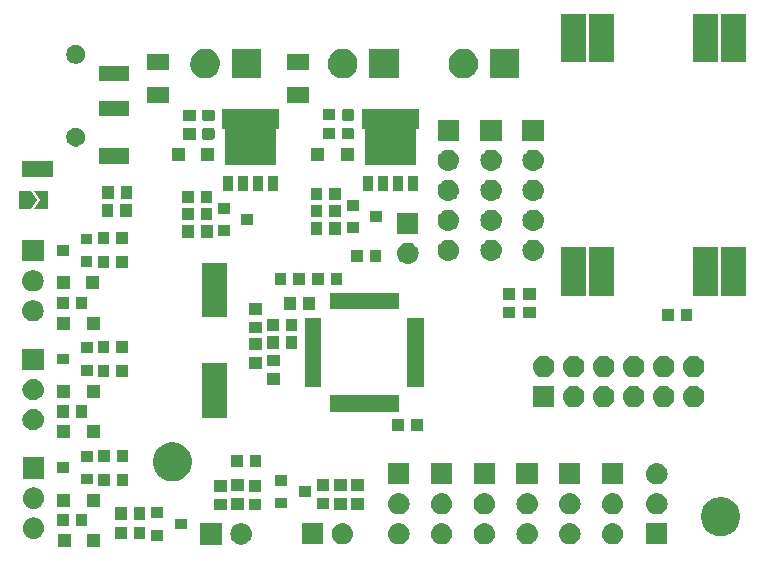
<source format=gts>
G04 #@! TF.GenerationSoftware,KiCad,Pcbnew,(5.0.0)*
G04 #@! TF.CreationDate,2018-10-14T15:21:16-07:00*
G04 #@! TF.ProjectId,EExtruder,4545787472756465722E6B696361645F,rev?*
G04 #@! TF.SameCoordinates,Original*
G04 #@! TF.FileFunction,Soldermask,Top*
G04 #@! TF.FilePolarity,Negative*
%FSLAX46Y46*%
G04 Gerber Fmt 4.6, Leading zero omitted, Abs format (unit mm)*
G04 Created by KiCad (PCBNEW (5.0.0)) date 10/14/18 15:21:16*
%MOMM*%
%LPD*%
G01*
G04 APERTURE LIST*
%ADD10C,0.100000*%
G04 APERTURE END LIST*
D10*
G36*
X136274000Y-129265000D02*
X135172000Y-129265000D01*
X135172000Y-128163000D01*
X136274000Y-128163000D01*
X136274000Y-129265000D01*
X136274000Y-129265000D01*
G37*
G36*
X133774000Y-129265000D02*
X132672000Y-129265000D01*
X132672000Y-128163000D01*
X133774000Y-128163000D01*
X133774000Y-129265000D01*
X133774000Y-129265000D01*
G37*
G36*
X148292443Y-127261519D02*
X148358627Y-127268037D01*
X148471853Y-127302384D01*
X148528467Y-127319557D01*
X148660668Y-127390221D01*
X148684991Y-127403222D01*
X148720729Y-127432552D01*
X148822186Y-127515814D01*
X148905448Y-127617271D01*
X148934778Y-127653009D01*
X148934779Y-127653011D01*
X149018443Y-127809533D01*
X149018443Y-127809534D01*
X149069963Y-127979373D01*
X149087359Y-128156000D01*
X149069963Y-128332627D01*
X149035616Y-128445853D01*
X149018443Y-128502467D01*
X148989294Y-128557000D01*
X148934778Y-128658991D01*
X148905448Y-128694729D01*
X148822186Y-128796186D01*
X148720729Y-128879448D01*
X148684991Y-128908778D01*
X148684989Y-128908779D01*
X148528467Y-128992443D01*
X148471853Y-129009616D01*
X148358627Y-129043963D01*
X148292442Y-129050482D01*
X148226260Y-129057000D01*
X148137740Y-129057000D01*
X148071558Y-129050482D01*
X148005373Y-129043963D01*
X147892147Y-129009616D01*
X147835533Y-128992443D01*
X147679011Y-128908779D01*
X147679009Y-128908778D01*
X147643271Y-128879448D01*
X147541814Y-128796186D01*
X147458552Y-128694729D01*
X147429222Y-128658991D01*
X147374706Y-128557000D01*
X147345557Y-128502467D01*
X147328384Y-128445853D01*
X147294037Y-128332627D01*
X147276641Y-128156000D01*
X147294037Y-127979373D01*
X147345557Y-127809534D01*
X147345557Y-127809533D01*
X147429221Y-127653011D01*
X147429222Y-127653009D01*
X147458552Y-127617271D01*
X147541814Y-127515814D01*
X147643271Y-127432552D01*
X147679009Y-127403222D01*
X147703332Y-127390221D01*
X147835533Y-127319557D01*
X147892147Y-127302384D01*
X148005373Y-127268037D01*
X148071557Y-127261519D01*
X148137740Y-127255000D01*
X148226260Y-127255000D01*
X148292443Y-127261519D01*
X148292443Y-127261519D01*
G37*
G36*
X146543000Y-129057000D02*
X144741000Y-129057000D01*
X144741000Y-127255000D01*
X146543000Y-127255000D01*
X146543000Y-129057000D01*
X146543000Y-129057000D01*
G37*
G36*
X184289000Y-129044000D02*
X182487000Y-129044000D01*
X182487000Y-127242000D01*
X184289000Y-127242000D01*
X184289000Y-129044000D01*
X184289000Y-129044000D01*
G37*
G36*
X161654443Y-127248519D02*
X161720627Y-127255037D01*
X161833853Y-127289384D01*
X161890467Y-127306557D01*
X162029087Y-127380652D01*
X162046991Y-127390222D01*
X162062830Y-127403221D01*
X162184186Y-127502814D01*
X162267448Y-127604271D01*
X162296778Y-127640009D01*
X162296779Y-127640011D01*
X162380443Y-127796533D01*
X162386500Y-127816500D01*
X162431963Y-127966373D01*
X162449359Y-128143000D01*
X162431963Y-128319627D01*
X162404919Y-128408778D01*
X162380443Y-128489467D01*
X162373494Y-128502467D01*
X162296778Y-128645991D01*
X162286109Y-128658991D01*
X162184186Y-128783186D01*
X162082729Y-128866448D01*
X162046991Y-128895778D01*
X162046989Y-128895779D01*
X161890467Y-128979443D01*
X161847611Y-128992443D01*
X161720627Y-129030963D01*
X161654442Y-129037482D01*
X161588260Y-129044000D01*
X161499740Y-129044000D01*
X161433558Y-129037482D01*
X161367373Y-129030963D01*
X161240389Y-128992443D01*
X161197533Y-128979443D01*
X161041011Y-128895779D01*
X161041009Y-128895778D01*
X161005271Y-128866448D01*
X160903814Y-128783186D01*
X160801891Y-128658991D01*
X160791222Y-128645991D01*
X160714506Y-128502467D01*
X160707557Y-128489467D01*
X160683081Y-128408778D01*
X160656037Y-128319627D01*
X160638641Y-128143000D01*
X160656037Y-127966373D01*
X160701500Y-127816500D01*
X160707557Y-127796533D01*
X160791221Y-127640011D01*
X160791222Y-127640009D01*
X160820552Y-127604271D01*
X160903814Y-127502814D01*
X161025170Y-127403221D01*
X161041009Y-127390222D01*
X161058913Y-127380652D01*
X161197533Y-127306557D01*
X161254147Y-127289384D01*
X161367373Y-127255037D01*
X161433557Y-127248519D01*
X161499740Y-127242000D01*
X161588260Y-127242000D01*
X161654443Y-127248519D01*
X161654443Y-127248519D01*
G37*
G36*
X155120000Y-129044000D02*
X153318000Y-129044000D01*
X153318000Y-127242000D01*
X155120000Y-127242000D01*
X155120000Y-129044000D01*
X155120000Y-129044000D01*
G37*
G36*
X156869443Y-127248519D02*
X156935627Y-127255037D01*
X157048853Y-127289384D01*
X157105467Y-127306557D01*
X157244087Y-127380652D01*
X157261991Y-127390222D01*
X157277830Y-127403221D01*
X157399186Y-127502814D01*
X157482448Y-127604271D01*
X157511778Y-127640009D01*
X157511779Y-127640011D01*
X157595443Y-127796533D01*
X157601500Y-127816500D01*
X157646963Y-127966373D01*
X157664359Y-128143000D01*
X157646963Y-128319627D01*
X157619919Y-128408778D01*
X157595443Y-128489467D01*
X157588494Y-128502467D01*
X157511778Y-128645991D01*
X157501109Y-128658991D01*
X157399186Y-128783186D01*
X157297729Y-128866448D01*
X157261991Y-128895778D01*
X157261989Y-128895779D01*
X157105467Y-128979443D01*
X157062611Y-128992443D01*
X156935627Y-129030963D01*
X156869442Y-129037482D01*
X156803260Y-129044000D01*
X156714740Y-129044000D01*
X156648558Y-129037482D01*
X156582373Y-129030963D01*
X156455389Y-128992443D01*
X156412533Y-128979443D01*
X156256011Y-128895779D01*
X156256009Y-128895778D01*
X156220271Y-128866448D01*
X156118814Y-128783186D01*
X156016891Y-128658991D01*
X156006222Y-128645991D01*
X155929506Y-128502467D01*
X155922557Y-128489467D01*
X155898081Y-128408778D01*
X155871037Y-128319627D01*
X155853641Y-128143000D01*
X155871037Y-127966373D01*
X155916500Y-127816500D01*
X155922557Y-127796533D01*
X156006221Y-127640011D01*
X156006222Y-127640009D01*
X156035552Y-127604271D01*
X156118814Y-127502814D01*
X156240170Y-127403221D01*
X156256009Y-127390222D01*
X156273913Y-127380652D01*
X156412533Y-127306557D01*
X156469147Y-127289384D01*
X156582373Y-127255037D01*
X156648557Y-127248519D01*
X156714740Y-127242000D01*
X156803260Y-127242000D01*
X156869443Y-127248519D01*
X156869443Y-127248519D01*
G37*
G36*
X165274443Y-127248519D02*
X165340627Y-127255037D01*
X165453853Y-127289384D01*
X165510467Y-127306557D01*
X165649087Y-127380652D01*
X165666991Y-127390222D01*
X165682830Y-127403221D01*
X165804186Y-127502814D01*
X165887448Y-127604271D01*
X165916778Y-127640009D01*
X165916779Y-127640011D01*
X166000443Y-127796533D01*
X166006500Y-127816500D01*
X166051963Y-127966373D01*
X166069359Y-128143000D01*
X166051963Y-128319627D01*
X166024919Y-128408778D01*
X166000443Y-128489467D01*
X165993494Y-128502467D01*
X165916778Y-128645991D01*
X165906109Y-128658991D01*
X165804186Y-128783186D01*
X165702729Y-128866448D01*
X165666991Y-128895778D01*
X165666989Y-128895779D01*
X165510467Y-128979443D01*
X165467611Y-128992443D01*
X165340627Y-129030963D01*
X165274442Y-129037482D01*
X165208260Y-129044000D01*
X165119740Y-129044000D01*
X165053558Y-129037482D01*
X164987373Y-129030963D01*
X164860389Y-128992443D01*
X164817533Y-128979443D01*
X164661011Y-128895779D01*
X164661009Y-128895778D01*
X164625271Y-128866448D01*
X164523814Y-128783186D01*
X164421891Y-128658991D01*
X164411222Y-128645991D01*
X164334506Y-128502467D01*
X164327557Y-128489467D01*
X164303081Y-128408778D01*
X164276037Y-128319627D01*
X164258641Y-128143000D01*
X164276037Y-127966373D01*
X164321500Y-127816500D01*
X164327557Y-127796533D01*
X164411221Y-127640011D01*
X164411222Y-127640009D01*
X164440552Y-127604271D01*
X164523814Y-127502814D01*
X164645170Y-127403221D01*
X164661009Y-127390222D01*
X164678913Y-127380652D01*
X164817533Y-127306557D01*
X164874147Y-127289384D01*
X164987373Y-127255037D01*
X165053557Y-127248519D01*
X165119740Y-127242000D01*
X165208260Y-127242000D01*
X165274443Y-127248519D01*
X165274443Y-127248519D01*
G37*
G36*
X172512443Y-127248519D02*
X172578627Y-127255037D01*
X172691853Y-127289384D01*
X172748467Y-127306557D01*
X172887087Y-127380652D01*
X172904991Y-127390222D01*
X172920830Y-127403221D01*
X173042186Y-127502814D01*
X173125448Y-127604271D01*
X173154778Y-127640009D01*
X173154779Y-127640011D01*
X173238443Y-127796533D01*
X173244500Y-127816500D01*
X173289963Y-127966373D01*
X173307359Y-128143000D01*
X173289963Y-128319627D01*
X173262919Y-128408778D01*
X173238443Y-128489467D01*
X173231494Y-128502467D01*
X173154778Y-128645991D01*
X173144109Y-128658991D01*
X173042186Y-128783186D01*
X172940729Y-128866448D01*
X172904991Y-128895778D01*
X172904989Y-128895779D01*
X172748467Y-128979443D01*
X172705611Y-128992443D01*
X172578627Y-129030963D01*
X172512442Y-129037482D01*
X172446260Y-129044000D01*
X172357740Y-129044000D01*
X172291558Y-129037482D01*
X172225373Y-129030963D01*
X172098389Y-128992443D01*
X172055533Y-128979443D01*
X171899011Y-128895779D01*
X171899009Y-128895778D01*
X171863271Y-128866448D01*
X171761814Y-128783186D01*
X171659891Y-128658991D01*
X171649222Y-128645991D01*
X171572506Y-128502467D01*
X171565557Y-128489467D01*
X171541081Y-128408778D01*
X171514037Y-128319627D01*
X171496641Y-128143000D01*
X171514037Y-127966373D01*
X171559500Y-127816500D01*
X171565557Y-127796533D01*
X171649221Y-127640011D01*
X171649222Y-127640009D01*
X171678552Y-127604271D01*
X171761814Y-127502814D01*
X171883170Y-127403221D01*
X171899009Y-127390222D01*
X171916913Y-127380652D01*
X172055533Y-127306557D01*
X172112147Y-127289384D01*
X172225373Y-127255037D01*
X172291557Y-127248519D01*
X172357740Y-127242000D01*
X172446260Y-127242000D01*
X172512443Y-127248519D01*
X172512443Y-127248519D01*
G37*
G36*
X176132443Y-127248519D02*
X176198627Y-127255037D01*
X176311853Y-127289384D01*
X176368467Y-127306557D01*
X176507087Y-127380652D01*
X176524991Y-127390222D01*
X176540830Y-127403221D01*
X176662186Y-127502814D01*
X176745448Y-127604271D01*
X176774778Y-127640009D01*
X176774779Y-127640011D01*
X176858443Y-127796533D01*
X176864500Y-127816500D01*
X176909963Y-127966373D01*
X176927359Y-128143000D01*
X176909963Y-128319627D01*
X176882919Y-128408778D01*
X176858443Y-128489467D01*
X176851494Y-128502467D01*
X176774778Y-128645991D01*
X176764109Y-128658991D01*
X176662186Y-128783186D01*
X176560729Y-128866448D01*
X176524991Y-128895778D01*
X176524989Y-128895779D01*
X176368467Y-128979443D01*
X176325611Y-128992443D01*
X176198627Y-129030963D01*
X176132442Y-129037482D01*
X176066260Y-129044000D01*
X175977740Y-129044000D01*
X175911558Y-129037482D01*
X175845373Y-129030963D01*
X175718389Y-128992443D01*
X175675533Y-128979443D01*
X175519011Y-128895779D01*
X175519009Y-128895778D01*
X175483271Y-128866448D01*
X175381814Y-128783186D01*
X175279891Y-128658991D01*
X175269222Y-128645991D01*
X175192506Y-128502467D01*
X175185557Y-128489467D01*
X175161081Y-128408778D01*
X175134037Y-128319627D01*
X175116641Y-128143000D01*
X175134037Y-127966373D01*
X175179500Y-127816500D01*
X175185557Y-127796533D01*
X175269221Y-127640011D01*
X175269222Y-127640009D01*
X175298552Y-127604271D01*
X175381814Y-127502814D01*
X175503170Y-127403221D01*
X175519009Y-127390222D01*
X175536913Y-127380652D01*
X175675533Y-127306557D01*
X175732147Y-127289384D01*
X175845373Y-127255037D01*
X175911557Y-127248519D01*
X175977740Y-127242000D01*
X176066260Y-127242000D01*
X176132443Y-127248519D01*
X176132443Y-127248519D01*
G37*
G36*
X179752443Y-127248519D02*
X179818627Y-127255037D01*
X179931853Y-127289384D01*
X179988467Y-127306557D01*
X180127087Y-127380652D01*
X180144991Y-127390222D01*
X180160830Y-127403221D01*
X180282186Y-127502814D01*
X180365448Y-127604271D01*
X180394778Y-127640009D01*
X180394779Y-127640011D01*
X180478443Y-127796533D01*
X180484500Y-127816500D01*
X180529963Y-127966373D01*
X180547359Y-128143000D01*
X180529963Y-128319627D01*
X180502919Y-128408778D01*
X180478443Y-128489467D01*
X180471494Y-128502467D01*
X180394778Y-128645991D01*
X180384109Y-128658991D01*
X180282186Y-128783186D01*
X180180729Y-128866448D01*
X180144991Y-128895778D01*
X180144989Y-128895779D01*
X179988467Y-128979443D01*
X179945611Y-128992443D01*
X179818627Y-129030963D01*
X179752442Y-129037482D01*
X179686260Y-129044000D01*
X179597740Y-129044000D01*
X179531558Y-129037482D01*
X179465373Y-129030963D01*
X179338389Y-128992443D01*
X179295533Y-128979443D01*
X179139011Y-128895779D01*
X179139009Y-128895778D01*
X179103271Y-128866448D01*
X179001814Y-128783186D01*
X178899891Y-128658991D01*
X178889222Y-128645991D01*
X178812506Y-128502467D01*
X178805557Y-128489467D01*
X178781081Y-128408778D01*
X178754037Y-128319627D01*
X178736641Y-128143000D01*
X178754037Y-127966373D01*
X178799500Y-127816500D01*
X178805557Y-127796533D01*
X178889221Y-127640011D01*
X178889222Y-127640009D01*
X178918552Y-127604271D01*
X179001814Y-127502814D01*
X179123170Y-127403221D01*
X179139009Y-127390222D01*
X179156913Y-127380652D01*
X179295533Y-127306557D01*
X179352147Y-127289384D01*
X179465373Y-127255037D01*
X179531557Y-127248519D01*
X179597740Y-127242000D01*
X179686260Y-127242000D01*
X179752443Y-127248519D01*
X179752443Y-127248519D01*
G37*
G36*
X168893443Y-127248519D02*
X168959627Y-127255037D01*
X169072853Y-127289384D01*
X169129467Y-127306557D01*
X169268087Y-127380652D01*
X169285991Y-127390222D01*
X169301830Y-127403221D01*
X169423186Y-127502814D01*
X169506448Y-127604271D01*
X169535778Y-127640009D01*
X169535779Y-127640011D01*
X169619443Y-127796533D01*
X169625500Y-127816500D01*
X169670963Y-127966373D01*
X169688359Y-128143000D01*
X169670963Y-128319627D01*
X169643919Y-128408778D01*
X169619443Y-128489467D01*
X169612494Y-128502467D01*
X169535778Y-128645991D01*
X169525109Y-128658991D01*
X169423186Y-128783186D01*
X169321729Y-128866448D01*
X169285991Y-128895778D01*
X169285989Y-128895779D01*
X169129467Y-128979443D01*
X169086611Y-128992443D01*
X168959627Y-129030963D01*
X168893442Y-129037482D01*
X168827260Y-129044000D01*
X168738740Y-129044000D01*
X168672558Y-129037482D01*
X168606373Y-129030963D01*
X168479389Y-128992443D01*
X168436533Y-128979443D01*
X168280011Y-128895779D01*
X168280009Y-128895778D01*
X168244271Y-128866448D01*
X168142814Y-128783186D01*
X168040891Y-128658991D01*
X168030222Y-128645991D01*
X167953506Y-128502467D01*
X167946557Y-128489467D01*
X167922081Y-128408778D01*
X167895037Y-128319627D01*
X167877641Y-128143000D01*
X167895037Y-127966373D01*
X167940500Y-127816500D01*
X167946557Y-127796533D01*
X168030221Y-127640011D01*
X168030222Y-127640009D01*
X168059552Y-127604271D01*
X168142814Y-127502814D01*
X168264170Y-127403221D01*
X168280009Y-127390222D01*
X168297913Y-127380652D01*
X168436533Y-127306557D01*
X168493147Y-127289384D01*
X168606373Y-127255037D01*
X168672557Y-127248519D01*
X168738740Y-127242000D01*
X168827260Y-127242000D01*
X168893443Y-127248519D01*
X168893443Y-127248519D01*
G37*
G36*
X141566500Y-128718500D02*
X140564500Y-128718500D01*
X140564500Y-127816500D01*
X141566500Y-127816500D01*
X141566500Y-128718500D01*
X141566500Y-128718500D01*
G37*
G36*
X138486500Y-128605500D02*
X137509500Y-128605500D01*
X137509500Y-127553500D01*
X138486500Y-127553500D01*
X138486500Y-128605500D01*
X138486500Y-128605500D01*
G37*
G36*
X140061500Y-128605500D02*
X139084500Y-128605500D01*
X139084500Y-127553500D01*
X140061500Y-127553500D01*
X140061500Y-128605500D01*
X140061500Y-128605500D01*
G37*
G36*
X130717443Y-126761519D02*
X130783627Y-126768037D01*
X130896853Y-126802384D01*
X130953467Y-126819557D01*
X131092087Y-126893652D01*
X131109991Y-126903222D01*
X131145729Y-126932552D01*
X131247186Y-127015814D01*
X131330448Y-127117271D01*
X131359778Y-127153009D01*
X131359779Y-127153011D01*
X131443443Y-127309533D01*
X131460616Y-127366147D01*
X131494963Y-127479373D01*
X131512359Y-127656000D01*
X131494963Y-127832627D01*
X131460616Y-127945853D01*
X131443443Y-128002467D01*
X131369348Y-128141087D01*
X131359778Y-128158991D01*
X131330448Y-128194729D01*
X131247186Y-128296186D01*
X131145729Y-128379448D01*
X131109991Y-128408778D01*
X131109989Y-128408779D01*
X130953467Y-128492443D01*
X130896853Y-128509616D01*
X130783627Y-128543963D01*
X130717443Y-128550481D01*
X130651260Y-128557000D01*
X130562740Y-128557000D01*
X130496557Y-128550481D01*
X130430373Y-128543963D01*
X130317147Y-128509616D01*
X130260533Y-128492443D01*
X130104011Y-128408779D01*
X130104009Y-128408778D01*
X130068271Y-128379448D01*
X129966814Y-128296186D01*
X129883552Y-128194729D01*
X129854222Y-128158991D01*
X129844652Y-128141087D01*
X129770557Y-128002467D01*
X129753384Y-127945853D01*
X129719037Y-127832627D01*
X129701641Y-127656000D01*
X129719037Y-127479373D01*
X129753384Y-127366147D01*
X129770557Y-127309533D01*
X129854221Y-127153011D01*
X129854222Y-127153009D01*
X129883552Y-127117271D01*
X129966814Y-127015814D01*
X130068271Y-126932552D01*
X130104009Y-126903222D01*
X130121913Y-126893652D01*
X130260533Y-126819557D01*
X130317147Y-126802384D01*
X130430373Y-126768037D01*
X130496557Y-126761519D01*
X130562740Y-126755000D01*
X130651260Y-126755000D01*
X130717443Y-126761519D01*
X130717443Y-126761519D01*
G37*
G36*
X189160756Y-125073798D02*
X189267079Y-125094947D01*
X189567542Y-125219403D01*
X189623112Y-125256534D01*
X189837954Y-125400087D01*
X190067913Y-125630046D01*
X190067915Y-125630049D01*
X190248597Y-125900458D01*
X190373053Y-126200921D01*
X190436500Y-126519891D01*
X190436500Y-126845109D01*
X190373053Y-127164079D01*
X190248597Y-127464542D01*
X190070320Y-127731352D01*
X190067913Y-127734954D01*
X189837954Y-127964913D01*
X189837951Y-127964915D01*
X189567542Y-128145597D01*
X189567541Y-128145598D01*
X189567540Y-128145598D01*
X189479537Y-128182050D01*
X189267079Y-128270053D01*
X189160756Y-128291202D01*
X188948111Y-128333500D01*
X188622889Y-128333500D01*
X188410244Y-128291202D01*
X188303921Y-128270053D01*
X188091463Y-128182050D01*
X188003460Y-128145598D01*
X188003459Y-128145598D01*
X188003458Y-128145597D01*
X187733049Y-127964915D01*
X187733046Y-127964913D01*
X187503087Y-127734954D01*
X187500680Y-127731352D01*
X187322403Y-127464542D01*
X187197947Y-127164079D01*
X187134500Y-126845109D01*
X187134500Y-126519891D01*
X187197947Y-126200921D01*
X187322403Y-125900458D01*
X187503085Y-125630049D01*
X187503087Y-125630046D01*
X187733046Y-125400087D01*
X187947888Y-125256534D01*
X188003458Y-125219403D01*
X188303921Y-125094947D01*
X188410244Y-125073798D01*
X188622889Y-125031500D01*
X188948111Y-125031500D01*
X189160756Y-125073798D01*
X189160756Y-125073798D01*
G37*
G36*
X143566500Y-127768500D02*
X142564500Y-127768500D01*
X142564500Y-126866500D01*
X143566500Y-126866500D01*
X143566500Y-127768500D01*
X143566500Y-127768500D01*
G37*
G36*
X133597000Y-127526000D02*
X132620000Y-127526000D01*
X132620000Y-126474000D01*
X133597000Y-126474000D01*
X133597000Y-127526000D01*
X133597000Y-127526000D01*
G37*
G36*
X135172000Y-127526000D02*
X134195000Y-127526000D01*
X134195000Y-126474000D01*
X135172000Y-126474000D01*
X135172000Y-127526000D01*
X135172000Y-127526000D01*
G37*
G36*
X138486500Y-126954500D02*
X137509500Y-126954500D01*
X137509500Y-125902500D01*
X138486500Y-125902500D01*
X138486500Y-126954500D01*
X138486500Y-126954500D01*
G37*
G36*
X140061500Y-126954500D02*
X139084500Y-126954500D01*
X139084500Y-125902500D01*
X140061500Y-125902500D01*
X140061500Y-126954500D01*
X140061500Y-126954500D01*
G37*
G36*
X141566500Y-126818500D02*
X140564500Y-126818500D01*
X140564500Y-125916500D01*
X141566500Y-125916500D01*
X141566500Y-126818500D01*
X141566500Y-126818500D01*
G37*
G36*
X161654442Y-124708518D02*
X161720627Y-124715037D01*
X161833853Y-124749384D01*
X161890467Y-124766557D01*
X161896036Y-124769534D01*
X162046991Y-124850222D01*
X162082729Y-124879552D01*
X162184186Y-124962814D01*
X162267448Y-125064271D01*
X162296778Y-125100009D01*
X162296779Y-125100011D01*
X162380443Y-125256533D01*
X162380443Y-125256534D01*
X162431963Y-125426373D01*
X162449359Y-125603000D01*
X162431963Y-125779627D01*
X162414559Y-125837000D01*
X162380443Y-125949467D01*
X162378852Y-125952443D01*
X162296778Y-126105991D01*
X162267448Y-126141729D01*
X162184186Y-126243186D01*
X162082729Y-126326448D01*
X162046991Y-126355778D01*
X162046989Y-126355779D01*
X161890467Y-126439443D01*
X161833853Y-126456616D01*
X161720627Y-126490963D01*
X161654442Y-126497482D01*
X161588260Y-126504000D01*
X161499740Y-126504000D01*
X161433558Y-126497482D01*
X161367373Y-126490963D01*
X161254147Y-126456616D01*
X161197533Y-126439443D01*
X161041011Y-126355779D01*
X161041009Y-126355778D01*
X161005271Y-126326448D01*
X160903814Y-126243186D01*
X160820552Y-126141729D01*
X160791222Y-126105991D01*
X160709148Y-125952443D01*
X160707557Y-125949467D01*
X160673441Y-125837000D01*
X160656037Y-125779627D01*
X160638641Y-125603000D01*
X160656037Y-125426373D01*
X160707557Y-125256534D01*
X160707557Y-125256533D01*
X160791221Y-125100011D01*
X160791222Y-125100009D01*
X160820552Y-125064271D01*
X160903814Y-124962814D01*
X161005271Y-124879552D01*
X161041009Y-124850222D01*
X161191964Y-124769534D01*
X161197533Y-124766557D01*
X161254147Y-124749384D01*
X161367373Y-124715037D01*
X161433558Y-124708518D01*
X161499740Y-124702000D01*
X161588260Y-124702000D01*
X161654442Y-124708518D01*
X161654442Y-124708518D01*
G37*
G36*
X165274442Y-124708518D02*
X165340627Y-124715037D01*
X165453853Y-124749384D01*
X165510467Y-124766557D01*
X165516036Y-124769534D01*
X165666991Y-124850222D01*
X165702729Y-124879552D01*
X165804186Y-124962814D01*
X165887448Y-125064271D01*
X165916778Y-125100009D01*
X165916779Y-125100011D01*
X166000443Y-125256533D01*
X166000443Y-125256534D01*
X166051963Y-125426373D01*
X166069359Y-125603000D01*
X166051963Y-125779627D01*
X166034559Y-125837000D01*
X166000443Y-125949467D01*
X165998852Y-125952443D01*
X165916778Y-126105991D01*
X165887448Y-126141729D01*
X165804186Y-126243186D01*
X165702729Y-126326448D01*
X165666991Y-126355778D01*
X165666989Y-126355779D01*
X165510467Y-126439443D01*
X165453853Y-126456616D01*
X165340627Y-126490963D01*
X165274442Y-126497482D01*
X165208260Y-126504000D01*
X165119740Y-126504000D01*
X165053558Y-126497482D01*
X164987373Y-126490963D01*
X164874147Y-126456616D01*
X164817533Y-126439443D01*
X164661011Y-126355779D01*
X164661009Y-126355778D01*
X164625271Y-126326448D01*
X164523814Y-126243186D01*
X164440552Y-126141729D01*
X164411222Y-126105991D01*
X164329148Y-125952443D01*
X164327557Y-125949467D01*
X164293441Y-125837000D01*
X164276037Y-125779627D01*
X164258641Y-125603000D01*
X164276037Y-125426373D01*
X164327557Y-125256534D01*
X164327557Y-125256533D01*
X164411221Y-125100011D01*
X164411222Y-125100009D01*
X164440552Y-125064271D01*
X164523814Y-124962814D01*
X164625271Y-124879552D01*
X164661009Y-124850222D01*
X164811964Y-124769534D01*
X164817533Y-124766557D01*
X164874147Y-124749384D01*
X164987373Y-124715037D01*
X165053558Y-124708518D01*
X165119740Y-124702000D01*
X165208260Y-124702000D01*
X165274442Y-124708518D01*
X165274442Y-124708518D01*
G37*
G36*
X168893442Y-124708518D02*
X168959627Y-124715037D01*
X169072853Y-124749384D01*
X169129467Y-124766557D01*
X169135036Y-124769534D01*
X169285991Y-124850222D01*
X169321729Y-124879552D01*
X169423186Y-124962814D01*
X169506448Y-125064271D01*
X169535778Y-125100009D01*
X169535779Y-125100011D01*
X169619443Y-125256533D01*
X169619443Y-125256534D01*
X169670963Y-125426373D01*
X169688359Y-125603000D01*
X169670963Y-125779627D01*
X169653559Y-125837000D01*
X169619443Y-125949467D01*
X169617852Y-125952443D01*
X169535778Y-126105991D01*
X169506448Y-126141729D01*
X169423186Y-126243186D01*
X169321729Y-126326448D01*
X169285991Y-126355778D01*
X169285989Y-126355779D01*
X169129467Y-126439443D01*
X169072853Y-126456616D01*
X168959627Y-126490963D01*
X168893442Y-126497482D01*
X168827260Y-126504000D01*
X168738740Y-126504000D01*
X168672558Y-126497482D01*
X168606373Y-126490963D01*
X168493147Y-126456616D01*
X168436533Y-126439443D01*
X168280011Y-126355779D01*
X168280009Y-126355778D01*
X168244271Y-126326448D01*
X168142814Y-126243186D01*
X168059552Y-126141729D01*
X168030222Y-126105991D01*
X167948148Y-125952443D01*
X167946557Y-125949467D01*
X167912441Y-125837000D01*
X167895037Y-125779627D01*
X167877641Y-125603000D01*
X167895037Y-125426373D01*
X167946557Y-125256534D01*
X167946557Y-125256533D01*
X168030221Y-125100011D01*
X168030222Y-125100009D01*
X168059552Y-125064271D01*
X168142814Y-124962814D01*
X168244271Y-124879552D01*
X168280009Y-124850222D01*
X168430964Y-124769534D01*
X168436533Y-124766557D01*
X168493147Y-124749384D01*
X168606373Y-124715037D01*
X168672558Y-124708518D01*
X168738740Y-124702000D01*
X168827260Y-124702000D01*
X168893442Y-124708518D01*
X168893442Y-124708518D01*
G37*
G36*
X172512442Y-124708518D02*
X172578627Y-124715037D01*
X172691853Y-124749384D01*
X172748467Y-124766557D01*
X172754036Y-124769534D01*
X172904991Y-124850222D01*
X172940729Y-124879552D01*
X173042186Y-124962814D01*
X173125448Y-125064271D01*
X173154778Y-125100009D01*
X173154779Y-125100011D01*
X173238443Y-125256533D01*
X173238443Y-125256534D01*
X173289963Y-125426373D01*
X173307359Y-125603000D01*
X173289963Y-125779627D01*
X173272559Y-125837000D01*
X173238443Y-125949467D01*
X173236852Y-125952443D01*
X173154778Y-126105991D01*
X173125448Y-126141729D01*
X173042186Y-126243186D01*
X172940729Y-126326448D01*
X172904991Y-126355778D01*
X172904989Y-126355779D01*
X172748467Y-126439443D01*
X172691853Y-126456616D01*
X172578627Y-126490963D01*
X172512442Y-126497482D01*
X172446260Y-126504000D01*
X172357740Y-126504000D01*
X172291558Y-126497482D01*
X172225373Y-126490963D01*
X172112147Y-126456616D01*
X172055533Y-126439443D01*
X171899011Y-126355779D01*
X171899009Y-126355778D01*
X171863271Y-126326448D01*
X171761814Y-126243186D01*
X171678552Y-126141729D01*
X171649222Y-126105991D01*
X171567148Y-125952443D01*
X171565557Y-125949467D01*
X171531441Y-125837000D01*
X171514037Y-125779627D01*
X171496641Y-125603000D01*
X171514037Y-125426373D01*
X171565557Y-125256534D01*
X171565557Y-125256533D01*
X171649221Y-125100011D01*
X171649222Y-125100009D01*
X171678552Y-125064271D01*
X171761814Y-124962814D01*
X171863271Y-124879552D01*
X171899009Y-124850222D01*
X172049964Y-124769534D01*
X172055533Y-124766557D01*
X172112147Y-124749384D01*
X172225373Y-124715037D01*
X172291558Y-124708518D01*
X172357740Y-124702000D01*
X172446260Y-124702000D01*
X172512442Y-124708518D01*
X172512442Y-124708518D01*
G37*
G36*
X176132442Y-124708518D02*
X176198627Y-124715037D01*
X176311853Y-124749384D01*
X176368467Y-124766557D01*
X176374036Y-124769534D01*
X176524991Y-124850222D01*
X176560729Y-124879552D01*
X176662186Y-124962814D01*
X176745448Y-125064271D01*
X176774778Y-125100009D01*
X176774779Y-125100011D01*
X176858443Y-125256533D01*
X176858443Y-125256534D01*
X176909963Y-125426373D01*
X176927359Y-125603000D01*
X176909963Y-125779627D01*
X176892559Y-125837000D01*
X176858443Y-125949467D01*
X176856852Y-125952443D01*
X176774778Y-126105991D01*
X176745448Y-126141729D01*
X176662186Y-126243186D01*
X176560729Y-126326448D01*
X176524991Y-126355778D01*
X176524989Y-126355779D01*
X176368467Y-126439443D01*
X176311853Y-126456616D01*
X176198627Y-126490963D01*
X176132442Y-126497482D01*
X176066260Y-126504000D01*
X175977740Y-126504000D01*
X175911558Y-126497482D01*
X175845373Y-126490963D01*
X175732147Y-126456616D01*
X175675533Y-126439443D01*
X175519011Y-126355779D01*
X175519009Y-126355778D01*
X175483271Y-126326448D01*
X175381814Y-126243186D01*
X175298552Y-126141729D01*
X175269222Y-126105991D01*
X175187148Y-125952443D01*
X175185557Y-125949467D01*
X175151441Y-125837000D01*
X175134037Y-125779627D01*
X175116641Y-125603000D01*
X175134037Y-125426373D01*
X175185557Y-125256534D01*
X175185557Y-125256533D01*
X175269221Y-125100011D01*
X175269222Y-125100009D01*
X175298552Y-125064271D01*
X175381814Y-124962814D01*
X175483271Y-124879552D01*
X175519009Y-124850222D01*
X175669964Y-124769534D01*
X175675533Y-124766557D01*
X175732147Y-124749384D01*
X175845373Y-124715037D01*
X175911558Y-124708518D01*
X175977740Y-124702000D01*
X176066260Y-124702000D01*
X176132442Y-124708518D01*
X176132442Y-124708518D01*
G37*
G36*
X179752442Y-124708518D02*
X179818627Y-124715037D01*
X179931853Y-124749384D01*
X179988467Y-124766557D01*
X179994036Y-124769534D01*
X180144991Y-124850222D01*
X180180729Y-124879552D01*
X180282186Y-124962814D01*
X180365448Y-125064271D01*
X180394778Y-125100009D01*
X180394779Y-125100011D01*
X180478443Y-125256533D01*
X180478443Y-125256534D01*
X180529963Y-125426373D01*
X180547359Y-125603000D01*
X180529963Y-125779627D01*
X180512559Y-125837000D01*
X180478443Y-125949467D01*
X180476852Y-125952443D01*
X180394778Y-126105991D01*
X180365448Y-126141729D01*
X180282186Y-126243186D01*
X180180729Y-126326448D01*
X180144991Y-126355778D01*
X180144989Y-126355779D01*
X179988467Y-126439443D01*
X179931853Y-126456616D01*
X179818627Y-126490963D01*
X179752442Y-126497482D01*
X179686260Y-126504000D01*
X179597740Y-126504000D01*
X179531558Y-126497482D01*
X179465373Y-126490963D01*
X179352147Y-126456616D01*
X179295533Y-126439443D01*
X179139011Y-126355779D01*
X179139009Y-126355778D01*
X179103271Y-126326448D01*
X179001814Y-126243186D01*
X178918552Y-126141729D01*
X178889222Y-126105991D01*
X178807148Y-125952443D01*
X178805557Y-125949467D01*
X178771441Y-125837000D01*
X178754037Y-125779627D01*
X178736641Y-125603000D01*
X178754037Y-125426373D01*
X178805557Y-125256534D01*
X178805557Y-125256533D01*
X178889221Y-125100011D01*
X178889222Y-125100009D01*
X178918552Y-125064271D01*
X179001814Y-124962814D01*
X179103271Y-124879552D01*
X179139009Y-124850222D01*
X179289964Y-124769534D01*
X179295533Y-124766557D01*
X179352147Y-124749384D01*
X179465373Y-124715037D01*
X179531558Y-124708518D01*
X179597740Y-124702000D01*
X179686260Y-124702000D01*
X179752442Y-124708518D01*
X179752442Y-124708518D01*
G37*
G36*
X183498442Y-124708518D02*
X183564627Y-124715037D01*
X183677853Y-124749384D01*
X183734467Y-124766557D01*
X183740036Y-124769534D01*
X183890991Y-124850222D01*
X183926729Y-124879552D01*
X184028186Y-124962814D01*
X184111448Y-125064271D01*
X184140778Y-125100009D01*
X184140779Y-125100011D01*
X184224443Y-125256533D01*
X184224443Y-125256534D01*
X184275963Y-125426373D01*
X184293359Y-125603000D01*
X184275963Y-125779627D01*
X184258559Y-125837000D01*
X184224443Y-125949467D01*
X184222852Y-125952443D01*
X184140778Y-126105991D01*
X184111448Y-126141729D01*
X184028186Y-126243186D01*
X183926729Y-126326448D01*
X183890991Y-126355778D01*
X183890989Y-126355779D01*
X183734467Y-126439443D01*
X183677853Y-126456616D01*
X183564627Y-126490963D01*
X183498442Y-126497482D01*
X183432260Y-126504000D01*
X183343740Y-126504000D01*
X183277558Y-126497482D01*
X183211373Y-126490963D01*
X183098147Y-126456616D01*
X183041533Y-126439443D01*
X182885011Y-126355779D01*
X182885009Y-126355778D01*
X182849271Y-126326448D01*
X182747814Y-126243186D01*
X182664552Y-126141729D01*
X182635222Y-126105991D01*
X182553148Y-125952443D01*
X182551557Y-125949467D01*
X182517441Y-125837000D01*
X182500037Y-125779627D01*
X182482641Y-125603000D01*
X182500037Y-125426373D01*
X182551557Y-125256534D01*
X182551557Y-125256533D01*
X182635221Y-125100011D01*
X182635222Y-125100009D01*
X182664552Y-125064271D01*
X182747814Y-124962814D01*
X182849271Y-124879552D01*
X182885009Y-124850222D01*
X183035964Y-124769534D01*
X183041533Y-124766557D01*
X183098147Y-124749384D01*
X183211373Y-124715037D01*
X183277558Y-124708518D01*
X183343740Y-124702000D01*
X183432260Y-124702000D01*
X183498442Y-124708518D01*
X183498442Y-124708518D01*
G37*
G36*
X146957000Y-126142000D02*
X145905000Y-126142000D01*
X145905000Y-125165000D01*
X146957000Y-125165000D01*
X146957000Y-126142000D01*
X146957000Y-126142000D01*
G37*
G36*
X149878000Y-126142000D02*
X148826000Y-126142000D01*
X148826000Y-125165000D01*
X149878000Y-125165000D01*
X149878000Y-126142000D01*
X149878000Y-126142000D01*
G37*
G36*
X157117000Y-126092000D02*
X156065000Y-126092000D01*
X156065000Y-125115000D01*
X157117000Y-125115000D01*
X157117000Y-126092000D01*
X157117000Y-126092000D01*
G37*
G36*
X158578000Y-126092000D02*
X157526000Y-126092000D01*
X157526000Y-125115000D01*
X158578000Y-125115000D01*
X158578000Y-126092000D01*
X158578000Y-126092000D01*
G37*
G36*
X148417500Y-126091500D02*
X147365500Y-126091500D01*
X147365500Y-125114500D01*
X148417500Y-125114500D01*
X148417500Y-126091500D01*
X148417500Y-126091500D01*
G37*
G36*
X155656000Y-126079000D02*
X154604000Y-126079000D01*
X154604000Y-125102000D01*
X155656000Y-125102000D01*
X155656000Y-126079000D01*
X155656000Y-126079000D01*
G37*
G36*
X130717442Y-124221518D02*
X130783627Y-124228037D01*
X130896853Y-124262384D01*
X130953467Y-124279557D01*
X131092087Y-124353652D01*
X131109991Y-124363222D01*
X131145729Y-124392552D01*
X131247186Y-124475814D01*
X131322019Y-124567000D01*
X131359778Y-124613009D01*
X131359779Y-124613011D01*
X131443443Y-124769533D01*
X131443443Y-124769534D01*
X131494963Y-124939373D01*
X131512359Y-125116000D01*
X131494963Y-125292627D01*
X131462366Y-125400085D01*
X131443443Y-125462467D01*
X131369348Y-125601087D01*
X131359778Y-125618991D01*
X131330448Y-125654729D01*
X131247186Y-125756186D01*
X131148712Y-125837000D01*
X131109991Y-125868778D01*
X131109989Y-125868779D01*
X130953467Y-125952443D01*
X130896853Y-125969616D01*
X130783627Y-126003963D01*
X130717443Y-126010481D01*
X130651260Y-126017000D01*
X130562740Y-126017000D01*
X130496557Y-126010481D01*
X130430373Y-126003963D01*
X130317147Y-125969616D01*
X130260533Y-125952443D01*
X130104011Y-125868779D01*
X130104009Y-125868778D01*
X130065288Y-125837000D01*
X129966814Y-125756186D01*
X129883552Y-125654729D01*
X129854222Y-125618991D01*
X129844652Y-125601087D01*
X129770557Y-125462467D01*
X129751634Y-125400085D01*
X129719037Y-125292627D01*
X129701641Y-125116000D01*
X129719037Y-124939373D01*
X129770557Y-124769534D01*
X129770557Y-124769533D01*
X129854221Y-124613011D01*
X129854222Y-124613009D01*
X129891981Y-124567000D01*
X129966814Y-124475814D01*
X130068271Y-124392552D01*
X130104009Y-124363222D01*
X130121913Y-124353652D01*
X130260533Y-124279557D01*
X130317147Y-124262384D01*
X130430373Y-124228037D01*
X130496558Y-124221518D01*
X130562740Y-124215000D01*
X130651260Y-124215000D01*
X130717442Y-124221518D01*
X130717442Y-124221518D01*
G37*
G36*
X152075000Y-125988000D02*
X151073000Y-125988000D01*
X151073000Y-125086000D01*
X152075000Y-125086000D01*
X152075000Y-125988000D01*
X152075000Y-125988000D01*
G37*
G36*
X136231000Y-125837000D02*
X135129000Y-125837000D01*
X135129000Y-124735000D01*
X136231000Y-124735000D01*
X136231000Y-125837000D01*
X136231000Y-125837000D01*
G37*
G36*
X133731000Y-125837000D02*
X132629000Y-125837000D01*
X132629000Y-124735000D01*
X133731000Y-124735000D01*
X133731000Y-125837000D01*
X133731000Y-125837000D01*
G37*
G36*
X154075000Y-125038000D02*
X153073000Y-125038000D01*
X153073000Y-124136000D01*
X154075000Y-124136000D01*
X154075000Y-125038000D01*
X154075000Y-125038000D01*
G37*
G36*
X146957000Y-124567000D02*
X145905000Y-124567000D01*
X145905000Y-123590000D01*
X146957000Y-123590000D01*
X146957000Y-124567000D01*
X146957000Y-124567000D01*
G37*
G36*
X149878000Y-124567000D02*
X148826000Y-124567000D01*
X148826000Y-123590000D01*
X149878000Y-123590000D01*
X149878000Y-124567000D01*
X149878000Y-124567000D01*
G37*
G36*
X157117000Y-124517000D02*
X156065000Y-124517000D01*
X156065000Y-123540000D01*
X157117000Y-123540000D01*
X157117000Y-124517000D01*
X157117000Y-124517000D01*
G37*
G36*
X158578000Y-124517000D02*
X157526000Y-124517000D01*
X157526000Y-123540000D01*
X158578000Y-123540000D01*
X158578000Y-124517000D01*
X158578000Y-124517000D01*
G37*
G36*
X148417500Y-124516500D02*
X147365500Y-124516500D01*
X147365500Y-123539500D01*
X148417500Y-123539500D01*
X148417500Y-124516500D01*
X148417500Y-124516500D01*
G37*
G36*
X155656000Y-124504000D02*
X154604000Y-124504000D01*
X154604000Y-123527000D01*
X155656000Y-123527000D01*
X155656000Y-124504000D01*
X155656000Y-124504000D01*
G37*
G36*
X138626000Y-124097000D02*
X137649000Y-124097000D01*
X137649000Y-123045000D01*
X138626000Y-123045000D01*
X138626000Y-124097000D01*
X138626000Y-124097000D01*
G37*
G36*
X137051000Y-124097000D02*
X136074000Y-124097000D01*
X136074000Y-123045000D01*
X137051000Y-123045000D01*
X137051000Y-124097000D01*
X137051000Y-124097000D01*
G37*
G36*
X152075000Y-124088000D02*
X151073000Y-124088000D01*
X151073000Y-123186000D01*
X152075000Y-123186000D01*
X152075000Y-124088000D01*
X152075000Y-124088000D01*
G37*
G36*
X162445000Y-123964000D02*
X160643000Y-123964000D01*
X160643000Y-122162000D01*
X162445000Y-122162000D01*
X162445000Y-123964000D01*
X162445000Y-123964000D01*
G37*
G36*
X176923000Y-123964000D02*
X175121000Y-123964000D01*
X175121000Y-122162000D01*
X176923000Y-122162000D01*
X176923000Y-123964000D01*
X176923000Y-123964000D01*
G37*
G36*
X180543000Y-123964000D02*
X178741000Y-123964000D01*
X178741000Y-122162000D01*
X180543000Y-122162000D01*
X180543000Y-123964000D01*
X180543000Y-123964000D01*
G37*
G36*
X183498442Y-122168518D02*
X183564627Y-122175037D01*
X183677853Y-122209384D01*
X183734467Y-122226557D01*
X183873087Y-122300652D01*
X183890991Y-122310222D01*
X183926729Y-122339552D01*
X184028186Y-122422814D01*
X184111448Y-122524271D01*
X184140778Y-122560009D01*
X184140779Y-122560011D01*
X184224443Y-122716533D01*
X184224443Y-122716534D01*
X184275963Y-122886373D01*
X184293359Y-123063000D01*
X184275963Y-123239627D01*
X184248727Y-123329413D01*
X184224443Y-123409467D01*
X184188345Y-123477000D01*
X184140778Y-123565991D01*
X184121074Y-123590000D01*
X184028186Y-123703186D01*
X183926729Y-123786448D01*
X183890991Y-123815778D01*
X183890989Y-123815779D01*
X183734467Y-123899443D01*
X183677853Y-123916616D01*
X183564627Y-123950963D01*
X183498443Y-123957481D01*
X183432260Y-123964000D01*
X183343740Y-123964000D01*
X183277557Y-123957481D01*
X183211373Y-123950963D01*
X183098147Y-123916616D01*
X183041533Y-123899443D01*
X182885011Y-123815779D01*
X182885009Y-123815778D01*
X182849271Y-123786448D01*
X182747814Y-123703186D01*
X182654926Y-123590000D01*
X182635222Y-123565991D01*
X182587655Y-123477000D01*
X182551557Y-123409467D01*
X182527273Y-123329413D01*
X182500037Y-123239627D01*
X182482641Y-123063000D01*
X182500037Y-122886373D01*
X182551557Y-122716534D01*
X182551557Y-122716533D01*
X182635221Y-122560011D01*
X182635222Y-122560009D01*
X182664552Y-122524271D01*
X182747814Y-122422814D01*
X182849271Y-122339552D01*
X182885009Y-122310222D01*
X182902913Y-122300652D01*
X183041533Y-122226557D01*
X183098147Y-122209384D01*
X183211373Y-122175037D01*
X183277558Y-122168518D01*
X183343740Y-122162000D01*
X183432260Y-122162000D01*
X183498442Y-122168518D01*
X183498442Y-122168518D01*
G37*
G36*
X166065000Y-123964000D02*
X164263000Y-123964000D01*
X164263000Y-122162000D01*
X166065000Y-122162000D01*
X166065000Y-123964000D01*
X166065000Y-123964000D01*
G37*
G36*
X169684000Y-123964000D02*
X167882000Y-123964000D01*
X167882000Y-122162000D01*
X169684000Y-122162000D01*
X169684000Y-123964000D01*
X169684000Y-123964000D01*
G37*
G36*
X173303000Y-123964000D02*
X171501000Y-123964000D01*
X171501000Y-122162000D01*
X173303000Y-122162000D01*
X173303000Y-123964000D01*
X173303000Y-123964000D01*
G37*
G36*
X135629000Y-123953000D02*
X134627000Y-123953000D01*
X134627000Y-123051000D01*
X135629000Y-123051000D01*
X135629000Y-123953000D01*
X135629000Y-123953000D01*
G37*
G36*
X142742256Y-120438298D02*
X142848579Y-120459447D01*
X143149042Y-120583903D01*
X143415852Y-120762180D01*
X143419454Y-120764587D01*
X143649413Y-120994546D01*
X143649415Y-120994549D01*
X143830097Y-121264958D01*
X143954553Y-121565421D01*
X144018000Y-121884391D01*
X144018000Y-122209609D01*
X143954553Y-122528579D01*
X143830097Y-122829042D01*
X143791788Y-122886375D01*
X143649413Y-123099454D01*
X143419454Y-123329413D01*
X143419451Y-123329415D01*
X143149042Y-123510097D01*
X142848579Y-123634553D01*
X142742256Y-123655702D01*
X142529611Y-123698000D01*
X142204389Y-123698000D01*
X141991744Y-123655702D01*
X141885421Y-123634553D01*
X141584958Y-123510097D01*
X141314549Y-123329415D01*
X141314546Y-123329413D01*
X141084587Y-123099454D01*
X140942212Y-122886375D01*
X140903903Y-122829042D01*
X140779447Y-122528579D01*
X140716000Y-122209609D01*
X140716000Y-121884391D01*
X140779447Y-121565421D01*
X140903903Y-121264958D01*
X141084585Y-120994549D01*
X141084587Y-120994546D01*
X141314546Y-120764587D01*
X141318148Y-120762180D01*
X141584958Y-120583903D01*
X141885421Y-120459447D01*
X141991744Y-120438298D01*
X142204389Y-120396000D01*
X142529611Y-120396000D01*
X142742256Y-120438298D01*
X142742256Y-120438298D01*
G37*
G36*
X131508000Y-123477000D02*
X129706000Y-123477000D01*
X129706000Y-121675000D01*
X131508000Y-121675000D01*
X131508000Y-123477000D01*
X131508000Y-123477000D01*
G37*
G36*
X133629000Y-123003000D02*
X132627000Y-123003000D01*
X132627000Y-122101000D01*
X133629000Y-122101000D01*
X133629000Y-123003000D01*
X133629000Y-123003000D01*
G37*
G36*
X149904000Y-122510000D02*
X148927000Y-122510000D01*
X148927000Y-121458000D01*
X149904000Y-121458000D01*
X149904000Y-122510000D01*
X149904000Y-122510000D01*
G37*
G36*
X148329000Y-122510000D02*
X147352000Y-122510000D01*
X147352000Y-121458000D01*
X148329000Y-121458000D01*
X148329000Y-122510000D01*
X148329000Y-122510000D01*
G37*
G36*
X137051000Y-122065000D02*
X136074000Y-122065000D01*
X136074000Y-121013000D01*
X137051000Y-121013000D01*
X137051000Y-122065000D01*
X137051000Y-122065000D01*
G37*
G36*
X138626000Y-122065000D02*
X137649000Y-122065000D01*
X137649000Y-121013000D01*
X138626000Y-121013000D01*
X138626000Y-122065000D01*
X138626000Y-122065000D01*
G37*
G36*
X135629000Y-122053000D02*
X134627000Y-122053000D01*
X134627000Y-121151000D01*
X135629000Y-121151000D01*
X135629000Y-122053000D01*
X135629000Y-122053000D01*
G37*
G36*
X136211000Y-120058000D02*
X135109000Y-120058000D01*
X135109000Y-118956000D01*
X136211000Y-118956000D01*
X136211000Y-120058000D01*
X136211000Y-120058000D01*
G37*
G36*
X133711000Y-120058000D02*
X132609000Y-120058000D01*
X132609000Y-118956000D01*
X133711000Y-118956000D01*
X133711000Y-120058000D01*
X133711000Y-120058000D01*
G37*
G36*
X161981000Y-119462000D02*
X161004000Y-119462000D01*
X161004000Y-118410000D01*
X161981000Y-118410000D01*
X161981000Y-119462000D01*
X161981000Y-119462000D01*
G37*
G36*
X163556000Y-119462000D02*
X162579000Y-119462000D01*
X162579000Y-118410000D01*
X163556000Y-118410000D01*
X163556000Y-119462000D01*
X163556000Y-119462000D01*
G37*
G36*
X130690443Y-117573519D02*
X130756627Y-117580037D01*
X130869853Y-117614384D01*
X130926467Y-117631557D01*
X131065087Y-117705652D01*
X131082991Y-117715222D01*
X131118729Y-117744552D01*
X131220186Y-117827814D01*
X131303448Y-117929271D01*
X131332778Y-117965009D01*
X131332779Y-117965011D01*
X131416443Y-118121533D01*
X131416443Y-118121534D01*
X131467963Y-118291373D01*
X131485359Y-118468000D01*
X131467963Y-118644627D01*
X131433616Y-118757853D01*
X131416443Y-118814467D01*
X131342348Y-118953087D01*
X131332778Y-118970991D01*
X131303448Y-119006729D01*
X131220186Y-119108186D01*
X131118729Y-119191448D01*
X131082991Y-119220778D01*
X131082989Y-119220779D01*
X130926467Y-119304443D01*
X130869853Y-119321616D01*
X130756627Y-119355963D01*
X130690443Y-119362481D01*
X130624260Y-119369000D01*
X130535740Y-119369000D01*
X130469557Y-119362481D01*
X130403373Y-119355963D01*
X130290147Y-119321616D01*
X130233533Y-119304443D01*
X130077011Y-119220779D01*
X130077009Y-119220778D01*
X130041271Y-119191448D01*
X129939814Y-119108186D01*
X129856552Y-119006729D01*
X129827222Y-118970991D01*
X129817652Y-118953087D01*
X129743557Y-118814467D01*
X129726384Y-118757853D01*
X129692037Y-118644627D01*
X129674641Y-118468000D01*
X129692037Y-118291373D01*
X129743557Y-118121534D01*
X129743557Y-118121533D01*
X129827221Y-117965011D01*
X129827222Y-117965009D01*
X129856552Y-117929271D01*
X129939814Y-117827814D01*
X130041271Y-117744552D01*
X130077009Y-117715222D01*
X130094913Y-117705652D01*
X130233533Y-117631557D01*
X130290147Y-117614384D01*
X130403373Y-117580037D01*
X130469557Y-117573519D01*
X130535740Y-117567000D01*
X130624260Y-117567000D01*
X130690443Y-117573519D01*
X130690443Y-117573519D01*
G37*
G36*
X133597000Y-118318000D02*
X132620000Y-118318000D01*
X132620000Y-117266000D01*
X133597000Y-117266000D01*
X133597000Y-118318000D01*
X133597000Y-118318000D01*
G37*
G36*
X135172000Y-118318000D02*
X134195000Y-118318000D01*
X134195000Y-117266000D01*
X135172000Y-117266000D01*
X135172000Y-118318000D01*
X135172000Y-118318000D01*
G37*
G36*
X146974000Y-118315000D02*
X144872000Y-118315000D01*
X144872000Y-113713000D01*
X146974000Y-113713000D01*
X146974000Y-118315000D01*
X146974000Y-118315000D01*
G37*
G36*
X161549000Y-117827000D02*
X155697000Y-117827000D01*
X155697000Y-116425000D01*
X161549000Y-116425000D01*
X161549000Y-117827000D01*
X161549000Y-117827000D01*
G37*
G36*
X181599294Y-115620633D02*
X181771694Y-115672931D01*
X181771696Y-115672932D01*
X181930583Y-115757859D01*
X181930585Y-115757860D01*
X181930584Y-115757860D01*
X182069849Y-115872151D01*
X182184140Y-116011416D01*
X182269069Y-116170306D01*
X182321367Y-116342706D01*
X182339025Y-116522000D01*
X182321367Y-116701294D01*
X182269069Y-116873694D01*
X182269068Y-116873696D01*
X182184141Y-117032583D01*
X182069849Y-117171849D01*
X181930583Y-117286141D01*
X181771696Y-117371068D01*
X181771694Y-117371069D01*
X181599294Y-117423367D01*
X181464931Y-117436600D01*
X181375069Y-117436600D01*
X181240706Y-117423367D01*
X181068306Y-117371069D01*
X181068304Y-117371068D01*
X180909417Y-117286141D01*
X180770151Y-117171849D01*
X180655859Y-117032583D01*
X180570932Y-116873696D01*
X180570931Y-116873694D01*
X180518633Y-116701294D01*
X180500975Y-116522000D01*
X180518633Y-116342706D01*
X180570931Y-116170306D01*
X180655860Y-116011416D01*
X180770151Y-115872151D01*
X180909416Y-115757860D01*
X180909415Y-115757860D01*
X180909417Y-115757859D01*
X181068304Y-115672932D01*
X181068306Y-115672931D01*
X181240706Y-115620633D01*
X181375069Y-115607400D01*
X181464931Y-115607400D01*
X181599294Y-115620633D01*
X181599294Y-115620633D01*
G37*
G36*
X174714600Y-117436600D02*
X172885400Y-117436600D01*
X172885400Y-115607400D01*
X174714600Y-115607400D01*
X174714600Y-117436600D01*
X174714600Y-117436600D01*
G37*
G36*
X186679294Y-115620633D02*
X186851694Y-115672931D01*
X186851696Y-115672932D01*
X187010583Y-115757859D01*
X187010585Y-115757860D01*
X187010584Y-115757860D01*
X187149849Y-115872151D01*
X187264140Y-116011416D01*
X187349069Y-116170306D01*
X187401367Y-116342706D01*
X187419025Y-116522000D01*
X187401367Y-116701294D01*
X187349069Y-116873694D01*
X187349068Y-116873696D01*
X187264141Y-117032583D01*
X187149849Y-117171849D01*
X187010583Y-117286141D01*
X186851696Y-117371068D01*
X186851694Y-117371069D01*
X186679294Y-117423367D01*
X186544931Y-117436600D01*
X186455069Y-117436600D01*
X186320706Y-117423367D01*
X186148306Y-117371069D01*
X186148304Y-117371068D01*
X185989417Y-117286141D01*
X185850151Y-117171849D01*
X185735859Y-117032583D01*
X185650932Y-116873696D01*
X185650931Y-116873694D01*
X185598633Y-116701294D01*
X185580975Y-116522000D01*
X185598633Y-116342706D01*
X185650931Y-116170306D01*
X185735860Y-116011416D01*
X185850151Y-115872151D01*
X185989416Y-115757860D01*
X185989415Y-115757860D01*
X185989417Y-115757859D01*
X186148304Y-115672932D01*
X186148306Y-115672931D01*
X186320706Y-115620633D01*
X186455069Y-115607400D01*
X186544931Y-115607400D01*
X186679294Y-115620633D01*
X186679294Y-115620633D01*
G37*
G36*
X176519294Y-115620633D02*
X176691694Y-115672931D01*
X176691696Y-115672932D01*
X176850583Y-115757859D01*
X176850585Y-115757860D01*
X176850584Y-115757860D01*
X176989849Y-115872151D01*
X177104140Y-116011416D01*
X177189069Y-116170306D01*
X177241367Y-116342706D01*
X177259025Y-116522000D01*
X177241367Y-116701294D01*
X177189069Y-116873694D01*
X177189068Y-116873696D01*
X177104141Y-117032583D01*
X176989849Y-117171849D01*
X176850583Y-117286141D01*
X176691696Y-117371068D01*
X176691694Y-117371069D01*
X176519294Y-117423367D01*
X176384931Y-117436600D01*
X176295069Y-117436600D01*
X176160706Y-117423367D01*
X175988306Y-117371069D01*
X175988304Y-117371068D01*
X175829417Y-117286141D01*
X175690151Y-117171849D01*
X175575859Y-117032583D01*
X175490932Y-116873696D01*
X175490931Y-116873694D01*
X175438633Y-116701294D01*
X175420975Y-116522000D01*
X175438633Y-116342706D01*
X175490931Y-116170306D01*
X175575860Y-116011416D01*
X175690151Y-115872151D01*
X175829416Y-115757860D01*
X175829415Y-115757860D01*
X175829417Y-115757859D01*
X175988304Y-115672932D01*
X175988306Y-115672931D01*
X176160706Y-115620633D01*
X176295069Y-115607400D01*
X176384931Y-115607400D01*
X176519294Y-115620633D01*
X176519294Y-115620633D01*
G37*
G36*
X184139294Y-115620633D02*
X184311694Y-115672931D01*
X184311696Y-115672932D01*
X184470583Y-115757859D01*
X184470585Y-115757860D01*
X184470584Y-115757860D01*
X184609849Y-115872151D01*
X184724140Y-116011416D01*
X184809069Y-116170306D01*
X184861367Y-116342706D01*
X184879025Y-116522000D01*
X184861367Y-116701294D01*
X184809069Y-116873694D01*
X184809068Y-116873696D01*
X184724141Y-117032583D01*
X184609849Y-117171849D01*
X184470583Y-117286141D01*
X184311696Y-117371068D01*
X184311694Y-117371069D01*
X184139294Y-117423367D01*
X184004931Y-117436600D01*
X183915069Y-117436600D01*
X183780706Y-117423367D01*
X183608306Y-117371069D01*
X183608304Y-117371068D01*
X183449417Y-117286141D01*
X183310151Y-117171849D01*
X183195859Y-117032583D01*
X183110932Y-116873696D01*
X183110931Y-116873694D01*
X183058633Y-116701294D01*
X183040975Y-116522000D01*
X183058633Y-116342706D01*
X183110931Y-116170306D01*
X183195860Y-116011416D01*
X183310151Y-115872151D01*
X183449416Y-115757860D01*
X183449415Y-115757860D01*
X183449417Y-115757859D01*
X183608304Y-115672932D01*
X183608306Y-115672931D01*
X183780706Y-115620633D01*
X183915069Y-115607400D01*
X184004931Y-115607400D01*
X184139294Y-115620633D01*
X184139294Y-115620633D01*
G37*
G36*
X179059294Y-115620633D02*
X179231694Y-115672931D01*
X179231696Y-115672932D01*
X179390583Y-115757859D01*
X179390585Y-115757860D01*
X179390584Y-115757860D01*
X179529849Y-115872151D01*
X179644140Y-116011416D01*
X179729069Y-116170306D01*
X179781367Y-116342706D01*
X179799025Y-116522000D01*
X179781367Y-116701294D01*
X179729069Y-116873694D01*
X179729068Y-116873696D01*
X179644141Y-117032583D01*
X179529849Y-117171849D01*
X179390583Y-117286141D01*
X179231696Y-117371068D01*
X179231694Y-117371069D01*
X179059294Y-117423367D01*
X178924931Y-117436600D01*
X178835069Y-117436600D01*
X178700706Y-117423367D01*
X178528306Y-117371069D01*
X178528304Y-117371068D01*
X178369417Y-117286141D01*
X178230151Y-117171849D01*
X178115859Y-117032583D01*
X178030932Y-116873696D01*
X178030931Y-116873694D01*
X177978633Y-116701294D01*
X177960975Y-116522000D01*
X177978633Y-116342706D01*
X178030931Y-116170306D01*
X178115860Y-116011416D01*
X178230151Y-115872151D01*
X178369416Y-115757860D01*
X178369415Y-115757860D01*
X178369417Y-115757859D01*
X178528304Y-115672932D01*
X178528306Y-115672931D01*
X178700706Y-115620633D01*
X178835069Y-115607400D01*
X178924931Y-115607400D01*
X179059294Y-115620633D01*
X179059294Y-115620633D01*
G37*
G36*
X130690442Y-115033518D02*
X130756627Y-115040037D01*
X130869853Y-115074384D01*
X130926467Y-115091557D01*
X131065087Y-115165652D01*
X131082991Y-115175222D01*
X131115620Y-115202000D01*
X131220186Y-115287814D01*
X131303448Y-115389271D01*
X131332778Y-115425009D01*
X131332779Y-115425011D01*
X131416443Y-115581533D01*
X131428304Y-115620633D01*
X131467963Y-115751373D01*
X131485359Y-115928000D01*
X131467963Y-116104627D01*
X131433616Y-116217853D01*
X131416443Y-116274467D01*
X131379968Y-116342706D01*
X131332778Y-116430991D01*
X131303448Y-116466729D01*
X131220186Y-116568186D01*
X131118729Y-116651448D01*
X131082991Y-116680778D01*
X131082989Y-116680779D01*
X130926467Y-116764443D01*
X130869853Y-116781616D01*
X130756627Y-116815963D01*
X130690443Y-116822481D01*
X130624260Y-116829000D01*
X130535740Y-116829000D01*
X130469557Y-116822481D01*
X130403373Y-116815963D01*
X130290147Y-116781616D01*
X130233533Y-116764443D01*
X130077011Y-116680779D01*
X130077009Y-116680778D01*
X130041271Y-116651448D01*
X129939814Y-116568186D01*
X129856552Y-116466729D01*
X129827222Y-116430991D01*
X129780032Y-116342706D01*
X129743557Y-116274467D01*
X129726384Y-116217853D01*
X129692037Y-116104627D01*
X129674641Y-115928000D01*
X129692037Y-115751373D01*
X129731696Y-115620633D01*
X129743557Y-115581533D01*
X129827221Y-115425011D01*
X129827222Y-115425009D01*
X129856552Y-115389271D01*
X129939814Y-115287814D01*
X130044380Y-115202000D01*
X130077009Y-115175222D01*
X130094913Y-115165652D01*
X130233533Y-115091557D01*
X130290147Y-115074384D01*
X130403373Y-115040037D01*
X130469558Y-115033518D01*
X130535740Y-115027000D01*
X130624260Y-115027000D01*
X130690442Y-115033518D01*
X130690442Y-115033518D01*
G37*
G36*
X133711000Y-116629000D02*
X132609000Y-116629000D01*
X132609000Y-115527000D01*
X133711000Y-115527000D01*
X133711000Y-116629000D01*
X133711000Y-116629000D01*
G37*
G36*
X136211000Y-116629000D02*
X135109000Y-116629000D01*
X135109000Y-115527000D01*
X136211000Y-115527000D01*
X136211000Y-116629000D01*
X136211000Y-116629000D01*
G37*
G36*
X163674000Y-115702000D02*
X162272000Y-115702000D01*
X162272000Y-109850000D01*
X163674000Y-109850000D01*
X163674000Y-115702000D01*
X163674000Y-115702000D01*
G37*
G36*
X154974000Y-115702000D02*
X153572000Y-115702000D01*
X153572000Y-109850000D01*
X154974000Y-109850000D01*
X154974000Y-115702000D01*
X154974000Y-115702000D01*
G37*
G36*
X151466000Y-115538000D02*
X150414000Y-115538000D01*
X150414000Y-114561000D01*
X151466000Y-114561000D01*
X151466000Y-115538000D01*
X151466000Y-115538000D01*
G37*
G36*
X176519294Y-113080633D02*
X176691694Y-113132931D01*
X176691696Y-113132932D01*
X176850583Y-113217859D01*
X176850585Y-113217860D01*
X176850584Y-113217860D01*
X176989849Y-113332151D01*
X177104140Y-113471416D01*
X177189069Y-113630306D01*
X177241367Y-113802706D01*
X177259025Y-113982000D01*
X177241367Y-114161294D01*
X177189069Y-114333694D01*
X177189068Y-114333696D01*
X177104141Y-114492583D01*
X176989849Y-114631849D01*
X176850583Y-114746141D01*
X176691696Y-114831068D01*
X176691694Y-114831069D01*
X176519294Y-114883367D01*
X176384931Y-114896600D01*
X176295069Y-114896600D01*
X176160706Y-114883367D01*
X175988306Y-114831069D01*
X175988304Y-114831068D01*
X175829417Y-114746141D01*
X175690151Y-114631849D01*
X175575859Y-114492583D01*
X175490932Y-114333696D01*
X175490931Y-114333694D01*
X175438633Y-114161294D01*
X175420975Y-113982000D01*
X175438633Y-113802706D01*
X175490931Y-113630306D01*
X175575860Y-113471416D01*
X175690151Y-113332151D01*
X175829416Y-113217860D01*
X175829415Y-113217860D01*
X175829417Y-113217859D01*
X175988304Y-113132932D01*
X175988306Y-113132931D01*
X176160706Y-113080633D01*
X176295069Y-113067400D01*
X176384931Y-113067400D01*
X176519294Y-113080633D01*
X176519294Y-113080633D01*
G37*
G36*
X181599294Y-113080633D02*
X181771694Y-113132931D01*
X181771696Y-113132932D01*
X181930583Y-113217859D01*
X181930585Y-113217860D01*
X181930584Y-113217860D01*
X182069849Y-113332151D01*
X182184140Y-113471416D01*
X182269069Y-113630306D01*
X182321367Y-113802706D01*
X182339025Y-113982000D01*
X182321367Y-114161294D01*
X182269069Y-114333694D01*
X182269068Y-114333696D01*
X182184141Y-114492583D01*
X182069849Y-114631849D01*
X181930583Y-114746141D01*
X181771696Y-114831068D01*
X181771694Y-114831069D01*
X181599294Y-114883367D01*
X181464931Y-114896600D01*
X181375069Y-114896600D01*
X181240706Y-114883367D01*
X181068306Y-114831069D01*
X181068304Y-114831068D01*
X180909417Y-114746141D01*
X180770151Y-114631849D01*
X180655859Y-114492583D01*
X180570932Y-114333696D01*
X180570931Y-114333694D01*
X180518633Y-114161294D01*
X180500975Y-113982000D01*
X180518633Y-113802706D01*
X180570931Y-113630306D01*
X180655860Y-113471416D01*
X180770151Y-113332151D01*
X180909416Y-113217860D01*
X180909415Y-113217860D01*
X180909417Y-113217859D01*
X181068304Y-113132932D01*
X181068306Y-113132931D01*
X181240706Y-113080633D01*
X181375069Y-113067400D01*
X181464931Y-113067400D01*
X181599294Y-113080633D01*
X181599294Y-113080633D01*
G37*
G36*
X179059294Y-113080633D02*
X179231694Y-113132931D01*
X179231696Y-113132932D01*
X179390583Y-113217859D01*
X179390585Y-113217860D01*
X179390584Y-113217860D01*
X179529849Y-113332151D01*
X179644140Y-113471416D01*
X179729069Y-113630306D01*
X179781367Y-113802706D01*
X179799025Y-113982000D01*
X179781367Y-114161294D01*
X179729069Y-114333694D01*
X179729068Y-114333696D01*
X179644141Y-114492583D01*
X179529849Y-114631849D01*
X179390583Y-114746141D01*
X179231696Y-114831068D01*
X179231694Y-114831069D01*
X179059294Y-114883367D01*
X178924931Y-114896600D01*
X178835069Y-114896600D01*
X178700706Y-114883367D01*
X178528306Y-114831069D01*
X178528304Y-114831068D01*
X178369417Y-114746141D01*
X178230151Y-114631849D01*
X178115859Y-114492583D01*
X178030932Y-114333696D01*
X178030931Y-114333694D01*
X177978633Y-114161294D01*
X177960975Y-113982000D01*
X177978633Y-113802706D01*
X178030931Y-113630306D01*
X178115860Y-113471416D01*
X178230151Y-113332151D01*
X178369416Y-113217860D01*
X178369415Y-113217860D01*
X178369417Y-113217859D01*
X178528304Y-113132932D01*
X178528306Y-113132931D01*
X178700706Y-113080633D01*
X178835069Y-113067400D01*
X178924931Y-113067400D01*
X179059294Y-113080633D01*
X179059294Y-113080633D01*
G37*
G36*
X184139294Y-113080633D02*
X184311694Y-113132931D01*
X184311696Y-113132932D01*
X184470583Y-113217859D01*
X184470585Y-113217860D01*
X184470584Y-113217860D01*
X184609849Y-113332151D01*
X184724140Y-113471416D01*
X184809069Y-113630306D01*
X184861367Y-113802706D01*
X184879025Y-113982000D01*
X184861367Y-114161294D01*
X184809069Y-114333694D01*
X184809068Y-114333696D01*
X184724141Y-114492583D01*
X184609849Y-114631849D01*
X184470583Y-114746141D01*
X184311696Y-114831068D01*
X184311694Y-114831069D01*
X184139294Y-114883367D01*
X184004931Y-114896600D01*
X183915069Y-114896600D01*
X183780706Y-114883367D01*
X183608306Y-114831069D01*
X183608304Y-114831068D01*
X183449417Y-114746141D01*
X183310151Y-114631849D01*
X183195859Y-114492583D01*
X183110932Y-114333696D01*
X183110931Y-114333694D01*
X183058633Y-114161294D01*
X183040975Y-113982000D01*
X183058633Y-113802706D01*
X183110931Y-113630306D01*
X183195860Y-113471416D01*
X183310151Y-113332151D01*
X183449416Y-113217860D01*
X183449415Y-113217860D01*
X183449417Y-113217859D01*
X183608304Y-113132932D01*
X183608306Y-113132931D01*
X183780706Y-113080633D01*
X183915069Y-113067400D01*
X184004931Y-113067400D01*
X184139294Y-113080633D01*
X184139294Y-113080633D01*
G37*
G36*
X186679294Y-113080633D02*
X186851694Y-113132931D01*
X186851696Y-113132932D01*
X187010583Y-113217859D01*
X187010585Y-113217860D01*
X187010584Y-113217860D01*
X187149849Y-113332151D01*
X187264140Y-113471416D01*
X187349069Y-113630306D01*
X187401367Y-113802706D01*
X187419025Y-113982000D01*
X187401367Y-114161294D01*
X187349069Y-114333694D01*
X187349068Y-114333696D01*
X187264141Y-114492583D01*
X187149849Y-114631849D01*
X187010583Y-114746141D01*
X186851696Y-114831068D01*
X186851694Y-114831069D01*
X186679294Y-114883367D01*
X186544931Y-114896600D01*
X186455069Y-114896600D01*
X186320706Y-114883367D01*
X186148306Y-114831069D01*
X186148304Y-114831068D01*
X185989417Y-114746141D01*
X185850151Y-114631849D01*
X185735859Y-114492583D01*
X185650932Y-114333696D01*
X185650931Y-114333694D01*
X185598633Y-114161294D01*
X185580975Y-113982000D01*
X185598633Y-113802706D01*
X185650931Y-113630306D01*
X185735860Y-113471416D01*
X185850151Y-113332151D01*
X185989416Y-113217860D01*
X185989415Y-113217860D01*
X185989417Y-113217859D01*
X186148304Y-113132932D01*
X186148306Y-113132931D01*
X186320706Y-113080633D01*
X186455069Y-113067400D01*
X186544931Y-113067400D01*
X186679294Y-113080633D01*
X186679294Y-113080633D01*
G37*
G36*
X173979294Y-113080633D02*
X174151694Y-113132931D01*
X174151696Y-113132932D01*
X174310583Y-113217859D01*
X174310585Y-113217860D01*
X174310584Y-113217860D01*
X174449849Y-113332151D01*
X174564140Y-113471416D01*
X174649069Y-113630306D01*
X174701367Y-113802706D01*
X174719025Y-113982000D01*
X174701367Y-114161294D01*
X174649069Y-114333694D01*
X174649068Y-114333696D01*
X174564141Y-114492583D01*
X174449849Y-114631849D01*
X174310583Y-114746141D01*
X174151696Y-114831068D01*
X174151694Y-114831069D01*
X173979294Y-114883367D01*
X173844931Y-114896600D01*
X173755069Y-114896600D01*
X173620706Y-114883367D01*
X173448306Y-114831069D01*
X173448304Y-114831068D01*
X173289417Y-114746141D01*
X173150151Y-114631849D01*
X173035859Y-114492583D01*
X172950932Y-114333696D01*
X172950931Y-114333694D01*
X172898633Y-114161294D01*
X172880975Y-113982000D01*
X172898633Y-113802706D01*
X172950931Y-113630306D01*
X173035860Y-113471416D01*
X173150151Y-113332151D01*
X173289416Y-113217860D01*
X173289415Y-113217860D01*
X173289417Y-113217859D01*
X173448304Y-113132932D01*
X173448306Y-113132931D01*
X173620706Y-113080633D01*
X173755069Y-113067400D01*
X173844931Y-113067400D01*
X173979294Y-113080633D01*
X173979294Y-113080633D01*
G37*
G36*
X138588000Y-114890000D02*
X137611000Y-114890000D01*
X137611000Y-113838000D01*
X138588000Y-113838000D01*
X138588000Y-114890000D01*
X138588000Y-114890000D01*
G37*
G36*
X137013000Y-114890000D02*
X136036000Y-114890000D01*
X136036000Y-113838000D01*
X137013000Y-113838000D01*
X137013000Y-114890000D01*
X137013000Y-114890000D01*
G37*
G36*
X135629000Y-114746000D02*
X134627000Y-114746000D01*
X134627000Y-113844000D01*
X135629000Y-113844000D01*
X135629000Y-114746000D01*
X135629000Y-114746000D01*
G37*
G36*
X131481000Y-114289000D02*
X129679000Y-114289000D01*
X129679000Y-112487000D01*
X131481000Y-112487000D01*
X131481000Y-114289000D01*
X131481000Y-114289000D01*
G37*
G36*
X149942000Y-114154000D02*
X148890000Y-114154000D01*
X148890000Y-113177000D01*
X149942000Y-113177000D01*
X149942000Y-114154000D01*
X149942000Y-114154000D01*
G37*
G36*
X151466000Y-113963000D02*
X150414000Y-113963000D01*
X150414000Y-112986000D01*
X151466000Y-112986000D01*
X151466000Y-113963000D01*
X151466000Y-113963000D01*
G37*
G36*
X133629000Y-113796000D02*
X132627000Y-113796000D01*
X132627000Y-112894000D01*
X133629000Y-112894000D01*
X133629000Y-113796000D01*
X133629000Y-113796000D01*
G37*
G36*
X138601000Y-112858000D02*
X137624000Y-112858000D01*
X137624000Y-111806000D01*
X138601000Y-111806000D01*
X138601000Y-112858000D01*
X138601000Y-112858000D01*
G37*
G36*
X137026000Y-112858000D02*
X136049000Y-112858000D01*
X136049000Y-111806000D01*
X137026000Y-111806000D01*
X137026000Y-112858000D01*
X137026000Y-112858000D01*
G37*
G36*
X135629000Y-112846000D02*
X134627000Y-112846000D01*
X134627000Y-111944000D01*
X135629000Y-111944000D01*
X135629000Y-112846000D01*
X135629000Y-112846000D01*
G37*
G36*
X149942000Y-112579000D02*
X148890000Y-112579000D01*
X148890000Y-111602000D01*
X149942000Y-111602000D01*
X149942000Y-112579000D01*
X149942000Y-112579000D01*
G37*
G36*
X151365000Y-112476000D02*
X150388000Y-112476000D01*
X150388000Y-111424000D01*
X151365000Y-111424000D01*
X151365000Y-112476000D01*
X151365000Y-112476000D01*
G37*
G36*
X152940000Y-112476000D02*
X151963000Y-112476000D01*
X151963000Y-111424000D01*
X152940000Y-111424000D01*
X152940000Y-112476000D01*
X152940000Y-112476000D01*
G37*
G36*
X149942000Y-111169000D02*
X148890000Y-111169000D01*
X148890000Y-110192000D01*
X149942000Y-110192000D01*
X149942000Y-111169000D01*
X149942000Y-111169000D01*
G37*
G36*
X151365000Y-111016000D02*
X150388000Y-111016000D01*
X150388000Y-109964000D01*
X151365000Y-109964000D01*
X151365000Y-111016000D01*
X151365000Y-111016000D01*
G37*
G36*
X152940000Y-111016000D02*
X151963000Y-111016000D01*
X151963000Y-109964000D01*
X152940000Y-109964000D01*
X152940000Y-111016000D01*
X152940000Y-111016000D01*
G37*
G36*
X133711000Y-110851000D02*
X132609000Y-110851000D01*
X132609000Y-109749000D01*
X133711000Y-109749000D01*
X133711000Y-110851000D01*
X133711000Y-110851000D01*
G37*
G36*
X136211000Y-110851000D02*
X135109000Y-110851000D01*
X135109000Y-109749000D01*
X136211000Y-109749000D01*
X136211000Y-110851000D01*
X136211000Y-110851000D01*
G37*
G36*
X130678442Y-108366518D02*
X130744627Y-108373037D01*
X130857853Y-108407384D01*
X130914467Y-108424557D01*
X131053087Y-108498652D01*
X131070991Y-108508222D01*
X131106729Y-108537552D01*
X131208186Y-108620814D01*
X131291448Y-108722271D01*
X131320778Y-108758009D01*
X131320779Y-108758011D01*
X131404443Y-108914533D01*
X131404443Y-108914534D01*
X131455963Y-109084373D01*
X131473359Y-109261000D01*
X131455963Y-109437627D01*
X131421616Y-109550853D01*
X131404443Y-109607467D01*
X131330348Y-109746087D01*
X131320778Y-109763991D01*
X131291448Y-109799729D01*
X131208186Y-109901186D01*
X131106729Y-109984448D01*
X131070991Y-110013778D01*
X131070989Y-110013779D01*
X130914467Y-110097443D01*
X130857853Y-110114616D01*
X130744627Y-110148963D01*
X130678443Y-110155481D01*
X130612260Y-110162000D01*
X130523740Y-110162000D01*
X130457557Y-110155481D01*
X130391373Y-110148963D01*
X130278147Y-110114616D01*
X130221533Y-110097443D01*
X130065011Y-110013779D01*
X130065009Y-110013778D01*
X130029271Y-109984448D01*
X129927814Y-109901186D01*
X129844552Y-109799729D01*
X129815222Y-109763991D01*
X129805652Y-109746087D01*
X129731557Y-109607467D01*
X129714384Y-109550853D01*
X129680037Y-109437627D01*
X129662641Y-109261000D01*
X129680037Y-109084373D01*
X129731557Y-108914534D01*
X129731557Y-108914533D01*
X129815221Y-108758011D01*
X129815222Y-108758009D01*
X129844552Y-108722271D01*
X129927814Y-108620814D01*
X130029271Y-108537552D01*
X130065009Y-108508222D01*
X130082913Y-108498652D01*
X130221533Y-108424557D01*
X130278147Y-108407384D01*
X130391373Y-108373037D01*
X130457558Y-108366518D01*
X130523740Y-108360000D01*
X130612260Y-108360000D01*
X130678442Y-108366518D01*
X130678442Y-108366518D01*
G37*
G36*
X186404000Y-110127000D02*
X185427000Y-110127000D01*
X185427000Y-109075000D01*
X186404000Y-109075000D01*
X186404000Y-110127000D01*
X186404000Y-110127000D01*
G37*
G36*
X184829000Y-110127000D02*
X183852000Y-110127000D01*
X183852000Y-109075000D01*
X184829000Y-109075000D01*
X184829000Y-110127000D01*
X184829000Y-110127000D01*
G37*
G36*
X173119000Y-109899000D02*
X172067000Y-109899000D01*
X172067000Y-108922000D01*
X173119000Y-108922000D01*
X173119000Y-109899000D01*
X173119000Y-109899000D01*
G37*
G36*
X171404000Y-109899000D02*
X170352000Y-109899000D01*
X170352000Y-108922000D01*
X171404000Y-108922000D01*
X171404000Y-109899000D01*
X171404000Y-109899000D01*
G37*
G36*
X146974000Y-109815000D02*
X144872000Y-109815000D01*
X144872000Y-105213000D01*
X146974000Y-105213000D01*
X146974000Y-109815000D01*
X146974000Y-109815000D01*
G37*
G36*
X149942000Y-109594000D02*
X148890000Y-109594000D01*
X148890000Y-108617000D01*
X149942000Y-108617000D01*
X149942000Y-109594000D01*
X149942000Y-109594000D01*
G37*
G36*
X154412000Y-109174000D02*
X153435000Y-109174000D01*
X153435000Y-108122000D01*
X154412000Y-108122000D01*
X154412000Y-109174000D01*
X154412000Y-109174000D01*
G37*
G36*
X152837000Y-109174000D02*
X151860000Y-109174000D01*
X151860000Y-108122000D01*
X152837000Y-108122000D01*
X152837000Y-109174000D01*
X152837000Y-109174000D01*
G37*
G36*
X161549000Y-109127000D02*
X155697000Y-109127000D01*
X155697000Y-107725000D01*
X161549000Y-107725000D01*
X161549000Y-109127000D01*
X161549000Y-109127000D01*
G37*
G36*
X135172000Y-109111000D02*
X134195000Y-109111000D01*
X134195000Y-108059000D01*
X135172000Y-108059000D01*
X135172000Y-109111000D01*
X135172000Y-109111000D01*
G37*
G36*
X133597000Y-109111000D02*
X132620000Y-109111000D01*
X132620000Y-108059000D01*
X133597000Y-108059000D01*
X133597000Y-109111000D01*
X133597000Y-109111000D01*
G37*
G36*
X173119000Y-108324000D02*
X172067000Y-108324000D01*
X172067000Y-107347000D01*
X173119000Y-107347000D01*
X173119000Y-108324000D01*
X173119000Y-108324000D01*
G37*
G36*
X171404000Y-108324000D02*
X170352000Y-108324000D01*
X170352000Y-107347000D01*
X171404000Y-107347000D01*
X171404000Y-108324000D01*
X171404000Y-108324000D01*
G37*
G36*
X179755000Y-107995000D02*
X177653000Y-107995000D01*
X177653000Y-103893000D01*
X179755000Y-103893000D01*
X179755000Y-107995000D01*
X179755000Y-107995000D01*
G37*
G36*
X188555000Y-107995000D02*
X186453000Y-107995000D01*
X186453000Y-103893000D01*
X188555000Y-103893000D01*
X188555000Y-107995000D01*
X188555000Y-107995000D01*
G37*
G36*
X190955000Y-107995000D02*
X188853000Y-107995000D01*
X188853000Y-103893000D01*
X190955000Y-103893000D01*
X190955000Y-107995000D01*
X190955000Y-107995000D01*
G37*
G36*
X177355000Y-107995000D02*
X175253000Y-107995000D01*
X175253000Y-103893000D01*
X177355000Y-103893000D01*
X177355000Y-107995000D01*
X177355000Y-107995000D01*
G37*
G36*
X130678442Y-105826518D02*
X130744627Y-105833037D01*
X130857853Y-105867384D01*
X130914467Y-105884557D01*
X131053087Y-105958652D01*
X131070991Y-105968222D01*
X131106729Y-105997552D01*
X131208186Y-106080814D01*
X131291448Y-106182271D01*
X131320778Y-106218009D01*
X131320779Y-106218011D01*
X131404443Y-106374533D01*
X131404443Y-106374534D01*
X131455963Y-106544373D01*
X131473359Y-106721000D01*
X131455963Y-106897627D01*
X131421616Y-107010853D01*
X131404443Y-107067467D01*
X131398278Y-107079000D01*
X131320778Y-107223991D01*
X131291448Y-107259729D01*
X131208186Y-107361186D01*
X131135301Y-107421000D01*
X131070991Y-107473778D01*
X131070989Y-107473779D01*
X130914467Y-107557443D01*
X130857853Y-107574616D01*
X130744627Y-107608963D01*
X130678442Y-107615482D01*
X130612260Y-107622000D01*
X130523740Y-107622000D01*
X130457558Y-107615482D01*
X130391373Y-107608963D01*
X130278147Y-107574616D01*
X130221533Y-107557443D01*
X130065011Y-107473779D01*
X130065009Y-107473778D01*
X130000699Y-107421000D01*
X129927814Y-107361186D01*
X129844552Y-107259729D01*
X129815222Y-107223991D01*
X129737722Y-107079000D01*
X129731557Y-107067467D01*
X129714384Y-107010853D01*
X129680037Y-106897627D01*
X129662641Y-106721000D01*
X129680037Y-106544373D01*
X129731557Y-106374534D01*
X129731557Y-106374533D01*
X129815221Y-106218011D01*
X129815222Y-106218009D01*
X129844552Y-106182271D01*
X129927814Y-106080814D01*
X130029271Y-105997552D01*
X130065009Y-105968222D01*
X130082913Y-105958652D01*
X130221533Y-105884557D01*
X130278147Y-105867384D01*
X130391373Y-105833037D01*
X130457558Y-105826518D01*
X130523740Y-105820000D01*
X130612260Y-105820000D01*
X130678442Y-105826518D01*
X130678442Y-105826518D01*
G37*
G36*
X133687000Y-107421000D02*
X132585000Y-107421000D01*
X132585000Y-106319000D01*
X133687000Y-106319000D01*
X133687000Y-107421000D01*
X133687000Y-107421000D01*
G37*
G36*
X136187000Y-107421000D02*
X135085000Y-107421000D01*
X135085000Y-106319000D01*
X136187000Y-106319000D01*
X136187000Y-107421000D01*
X136187000Y-107421000D01*
G37*
G36*
X156750000Y-107079000D02*
X155773000Y-107079000D01*
X155773000Y-106027000D01*
X156750000Y-106027000D01*
X156750000Y-107079000D01*
X156750000Y-107079000D01*
G37*
G36*
X155175000Y-107079000D02*
X154198000Y-107079000D01*
X154198000Y-106027000D01*
X155175000Y-106027000D01*
X155175000Y-107079000D01*
X155175000Y-107079000D01*
G37*
G36*
X153574000Y-107079000D02*
X152597000Y-107079000D01*
X152597000Y-106027000D01*
X153574000Y-106027000D01*
X153574000Y-107079000D01*
X153574000Y-107079000D01*
G37*
G36*
X151999000Y-107079000D02*
X151022000Y-107079000D01*
X151022000Y-106027000D01*
X151999000Y-106027000D01*
X151999000Y-107079000D01*
X151999000Y-107079000D01*
G37*
G36*
X138588000Y-105682000D02*
X137611000Y-105682000D01*
X137611000Y-104630000D01*
X138588000Y-104630000D01*
X138588000Y-105682000D01*
X138588000Y-105682000D01*
G37*
G36*
X137013000Y-105682000D02*
X136036000Y-105682000D01*
X136036000Y-104630000D01*
X137013000Y-104630000D01*
X137013000Y-105682000D01*
X137013000Y-105682000D01*
G37*
G36*
X135597000Y-105539000D02*
X134595000Y-105539000D01*
X134595000Y-104637000D01*
X135597000Y-104637000D01*
X135597000Y-105539000D01*
X135597000Y-105539000D01*
G37*
G36*
X162416442Y-103499518D02*
X162482627Y-103506037D01*
X162595853Y-103540384D01*
X162652467Y-103557557D01*
X162791087Y-103631652D01*
X162808991Y-103641222D01*
X162844729Y-103670552D01*
X162946186Y-103753814D01*
X163029448Y-103855271D01*
X163058778Y-103891009D01*
X163058779Y-103891011D01*
X163142443Y-104047533D01*
X163142443Y-104047534D01*
X163193963Y-104217373D01*
X163211359Y-104394000D01*
X163193963Y-104570627D01*
X163159616Y-104683853D01*
X163142443Y-104740467D01*
X163121213Y-104780185D01*
X163058778Y-104896991D01*
X163029448Y-104932729D01*
X162946186Y-105034186D01*
X162844729Y-105117448D01*
X162808991Y-105146778D01*
X162808989Y-105146779D01*
X162652467Y-105230443D01*
X162595853Y-105247616D01*
X162482627Y-105281963D01*
X162416443Y-105288481D01*
X162350260Y-105295000D01*
X162261740Y-105295000D01*
X162195558Y-105288482D01*
X162129373Y-105281963D01*
X162016147Y-105247616D01*
X161959533Y-105230443D01*
X161803011Y-105146779D01*
X161803009Y-105146778D01*
X161767271Y-105117448D01*
X161665814Y-105034186D01*
X161582552Y-104932729D01*
X161553222Y-104896991D01*
X161490787Y-104780185D01*
X161469557Y-104740467D01*
X161452384Y-104683853D01*
X161418037Y-104570627D01*
X161400641Y-104394000D01*
X161418037Y-104217373D01*
X161469557Y-104047534D01*
X161469557Y-104047533D01*
X161553221Y-103891011D01*
X161553222Y-103891009D01*
X161582552Y-103855271D01*
X161665814Y-103753814D01*
X161767271Y-103670552D01*
X161803009Y-103641222D01*
X161820913Y-103631652D01*
X161959533Y-103557557D01*
X162016147Y-103540384D01*
X162129373Y-103506037D01*
X162195557Y-103499519D01*
X162261740Y-103493000D01*
X162350260Y-103493000D01*
X162416442Y-103499518D01*
X162416442Y-103499518D01*
G37*
G36*
X158477000Y-105174000D02*
X157500000Y-105174000D01*
X157500000Y-104122000D01*
X158477000Y-104122000D01*
X158477000Y-105174000D01*
X158477000Y-105174000D01*
G37*
G36*
X160052000Y-105174000D02*
X159075000Y-105174000D01*
X159075000Y-104122000D01*
X160052000Y-104122000D01*
X160052000Y-105174000D01*
X160052000Y-105174000D01*
G37*
G36*
X131469000Y-105082000D02*
X129667000Y-105082000D01*
X129667000Y-103280000D01*
X131469000Y-103280000D01*
X131469000Y-105082000D01*
X131469000Y-105082000D01*
G37*
G36*
X169464443Y-103245519D02*
X169530627Y-103252037D01*
X169643853Y-103286384D01*
X169700467Y-103303557D01*
X169839087Y-103377652D01*
X169856991Y-103387222D01*
X169892729Y-103416552D01*
X169994186Y-103499814D01*
X170077448Y-103601271D01*
X170106778Y-103637009D01*
X170106779Y-103637011D01*
X170190443Y-103793533D01*
X170190443Y-103793534D01*
X170241963Y-103963373D01*
X170259359Y-104140000D01*
X170241963Y-104316627D01*
X170218492Y-104394000D01*
X170190443Y-104486467D01*
X170145459Y-104570625D01*
X170106778Y-104642991D01*
X170077448Y-104678729D01*
X169994186Y-104780186D01*
X169892729Y-104863448D01*
X169856991Y-104892778D01*
X169856989Y-104892779D01*
X169700467Y-104976443D01*
X169643853Y-104993616D01*
X169530627Y-105027963D01*
X169467453Y-105034185D01*
X169398260Y-105041000D01*
X169309740Y-105041000D01*
X169240547Y-105034185D01*
X169177373Y-105027963D01*
X169064147Y-104993616D01*
X169007533Y-104976443D01*
X168851011Y-104892779D01*
X168851009Y-104892778D01*
X168815271Y-104863448D01*
X168713814Y-104780186D01*
X168630552Y-104678729D01*
X168601222Y-104642991D01*
X168562541Y-104570625D01*
X168517557Y-104486467D01*
X168489508Y-104394000D01*
X168466037Y-104316627D01*
X168448641Y-104140000D01*
X168466037Y-103963373D01*
X168517557Y-103793534D01*
X168517557Y-103793533D01*
X168601221Y-103637011D01*
X168601222Y-103637009D01*
X168630552Y-103601271D01*
X168713814Y-103499814D01*
X168815271Y-103416552D01*
X168851009Y-103387222D01*
X168868913Y-103377652D01*
X169007533Y-103303557D01*
X169064147Y-103286384D01*
X169177373Y-103252037D01*
X169243558Y-103245518D01*
X169309740Y-103239000D01*
X169398260Y-103239000D01*
X169464443Y-103245519D01*
X169464443Y-103245519D01*
G37*
G36*
X173020443Y-103245519D02*
X173086627Y-103252037D01*
X173199853Y-103286384D01*
X173256467Y-103303557D01*
X173395087Y-103377652D01*
X173412991Y-103387222D01*
X173448729Y-103416552D01*
X173550186Y-103499814D01*
X173633448Y-103601271D01*
X173662778Y-103637009D01*
X173662779Y-103637011D01*
X173746443Y-103793533D01*
X173746443Y-103793534D01*
X173797963Y-103963373D01*
X173815359Y-104140000D01*
X173797963Y-104316627D01*
X173774492Y-104394000D01*
X173746443Y-104486467D01*
X173701459Y-104570625D01*
X173662778Y-104642991D01*
X173633448Y-104678729D01*
X173550186Y-104780186D01*
X173448729Y-104863448D01*
X173412991Y-104892778D01*
X173412989Y-104892779D01*
X173256467Y-104976443D01*
X173199853Y-104993616D01*
X173086627Y-105027963D01*
X173023453Y-105034185D01*
X172954260Y-105041000D01*
X172865740Y-105041000D01*
X172796547Y-105034185D01*
X172733373Y-105027963D01*
X172620147Y-104993616D01*
X172563533Y-104976443D01*
X172407011Y-104892779D01*
X172407009Y-104892778D01*
X172371271Y-104863448D01*
X172269814Y-104780186D01*
X172186552Y-104678729D01*
X172157222Y-104642991D01*
X172118541Y-104570625D01*
X172073557Y-104486467D01*
X172045508Y-104394000D01*
X172022037Y-104316627D01*
X172004641Y-104140000D01*
X172022037Y-103963373D01*
X172073557Y-103793534D01*
X172073557Y-103793533D01*
X172157221Y-103637011D01*
X172157222Y-103637009D01*
X172186552Y-103601271D01*
X172269814Y-103499814D01*
X172371271Y-103416552D01*
X172407009Y-103387222D01*
X172424913Y-103377652D01*
X172563533Y-103303557D01*
X172620147Y-103286384D01*
X172733373Y-103252037D01*
X172799558Y-103245518D01*
X172865740Y-103239000D01*
X172954260Y-103239000D01*
X173020443Y-103245519D01*
X173020443Y-103245519D01*
G37*
G36*
X165845443Y-103245519D02*
X165911627Y-103252037D01*
X166024853Y-103286384D01*
X166081467Y-103303557D01*
X166220087Y-103377652D01*
X166237991Y-103387222D01*
X166273729Y-103416552D01*
X166375186Y-103499814D01*
X166458448Y-103601271D01*
X166487778Y-103637009D01*
X166487779Y-103637011D01*
X166571443Y-103793533D01*
X166571443Y-103793534D01*
X166622963Y-103963373D01*
X166640359Y-104140000D01*
X166622963Y-104316627D01*
X166599492Y-104394000D01*
X166571443Y-104486467D01*
X166526459Y-104570625D01*
X166487778Y-104642991D01*
X166458448Y-104678729D01*
X166375186Y-104780186D01*
X166273729Y-104863448D01*
X166237991Y-104892778D01*
X166237989Y-104892779D01*
X166081467Y-104976443D01*
X166024853Y-104993616D01*
X165911627Y-105027963D01*
X165848453Y-105034185D01*
X165779260Y-105041000D01*
X165690740Y-105041000D01*
X165621547Y-105034185D01*
X165558373Y-105027963D01*
X165445147Y-104993616D01*
X165388533Y-104976443D01*
X165232011Y-104892779D01*
X165232009Y-104892778D01*
X165196271Y-104863448D01*
X165094814Y-104780186D01*
X165011552Y-104678729D01*
X164982222Y-104642991D01*
X164943541Y-104570625D01*
X164898557Y-104486467D01*
X164870508Y-104394000D01*
X164847037Y-104316627D01*
X164829641Y-104140000D01*
X164847037Y-103963373D01*
X164898557Y-103793534D01*
X164898557Y-103793533D01*
X164982221Y-103637011D01*
X164982222Y-103637009D01*
X165011552Y-103601271D01*
X165094814Y-103499814D01*
X165196271Y-103416552D01*
X165232009Y-103387222D01*
X165249913Y-103377652D01*
X165388533Y-103303557D01*
X165445147Y-103286384D01*
X165558373Y-103252037D01*
X165624558Y-103245518D01*
X165690740Y-103239000D01*
X165779260Y-103239000D01*
X165845443Y-103245519D01*
X165845443Y-103245519D01*
G37*
G36*
X133597000Y-104589000D02*
X132595000Y-104589000D01*
X132595000Y-103687000D01*
X133597000Y-103687000D01*
X133597000Y-104589000D01*
X133597000Y-104589000D01*
G37*
G36*
X138588000Y-103650000D02*
X137611000Y-103650000D01*
X137611000Y-102598000D01*
X138588000Y-102598000D01*
X138588000Y-103650000D01*
X138588000Y-103650000D01*
G37*
G36*
X137013000Y-103650000D02*
X136036000Y-103650000D01*
X136036000Y-102598000D01*
X137013000Y-102598000D01*
X137013000Y-103650000D01*
X137013000Y-103650000D01*
G37*
G36*
X135597000Y-103639000D02*
X134595000Y-103639000D01*
X134595000Y-102737000D01*
X135597000Y-102737000D01*
X135597000Y-103639000D01*
X135597000Y-103639000D01*
G37*
G36*
X144201000Y-103078000D02*
X143224000Y-103078000D01*
X143224000Y-102026000D01*
X144201000Y-102026000D01*
X144201000Y-103078000D01*
X144201000Y-103078000D01*
G37*
G36*
X145776000Y-103078000D02*
X144799000Y-103078000D01*
X144799000Y-102026000D01*
X145776000Y-102026000D01*
X145776000Y-103078000D01*
X145776000Y-103078000D01*
G37*
G36*
X147218000Y-102937000D02*
X146216000Y-102937000D01*
X146216000Y-102035000D01*
X147218000Y-102035000D01*
X147218000Y-102937000D01*
X147218000Y-102937000D01*
G37*
G36*
X156635000Y-102824000D02*
X155658000Y-102824000D01*
X155658000Y-101772000D01*
X156635000Y-101772000D01*
X156635000Y-102824000D01*
X156635000Y-102824000D01*
G37*
G36*
X155060000Y-102824000D02*
X154083000Y-102824000D01*
X154083000Y-101772000D01*
X155060000Y-101772000D01*
X155060000Y-102824000D01*
X155060000Y-102824000D01*
G37*
G36*
X163207000Y-102755000D02*
X161405000Y-102755000D01*
X161405000Y-100953000D01*
X163207000Y-100953000D01*
X163207000Y-102755000D01*
X163207000Y-102755000D01*
G37*
G36*
X158140000Y-102683000D02*
X157138000Y-102683000D01*
X157138000Y-101781000D01*
X158140000Y-101781000D01*
X158140000Y-102683000D01*
X158140000Y-102683000D01*
G37*
G36*
X169464443Y-100705519D02*
X169530627Y-100712037D01*
X169643853Y-100746384D01*
X169700467Y-100763557D01*
X169826642Y-100831000D01*
X169856991Y-100847222D01*
X169892729Y-100876552D01*
X169994186Y-100959814D01*
X170057530Y-101037000D01*
X170106778Y-101097009D01*
X170106779Y-101097011D01*
X170190443Y-101253533D01*
X170190443Y-101253534D01*
X170241963Y-101423373D01*
X170259359Y-101600000D01*
X170241963Y-101776627D01*
X170240636Y-101781000D01*
X170190443Y-101946467D01*
X170168777Y-101987000D01*
X170106778Y-102102991D01*
X170077448Y-102138729D01*
X169994186Y-102240186D01*
X169892729Y-102323448D01*
X169856991Y-102352778D01*
X169856989Y-102352779D01*
X169700467Y-102436443D01*
X169643853Y-102453616D01*
X169530627Y-102487963D01*
X169464442Y-102494482D01*
X169398260Y-102501000D01*
X169309740Y-102501000D01*
X169243558Y-102494482D01*
X169177373Y-102487963D01*
X169064147Y-102453616D01*
X169007533Y-102436443D01*
X168851011Y-102352779D01*
X168851009Y-102352778D01*
X168815271Y-102323448D01*
X168713814Y-102240186D01*
X168630552Y-102138729D01*
X168601222Y-102102991D01*
X168539223Y-101987000D01*
X168517557Y-101946467D01*
X168467364Y-101781000D01*
X168466037Y-101776627D01*
X168448641Y-101600000D01*
X168466037Y-101423373D01*
X168517557Y-101253534D01*
X168517557Y-101253533D01*
X168601221Y-101097011D01*
X168601222Y-101097009D01*
X168650470Y-101037000D01*
X168713814Y-100959814D01*
X168815271Y-100876552D01*
X168851009Y-100847222D01*
X168881358Y-100831000D01*
X169007533Y-100763557D01*
X169064147Y-100746384D01*
X169177373Y-100712037D01*
X169243557Y-100705519D01*
X169309740Y-100699000D01*
X169398260Y-100699000D01*
X169464443Y-100705519D01*
X169464443Y-100705519D01*
G37*
G36*
X173020443Y-100705519D02*
X173086627Y-100712037D01*
X173199853Y-100746384D01*
X173256467Y-100763557D01*
X173382642Y-100831000D01*
X173412991Y-100847222D01*
X173448729Y-100876552D01*
X173550186Y-100959814D01*
X173613530Y-101037000D01*
X173662778Y-101097009D01*
X173662779Y-101097011D01*
X173746443Y-101253533D01*
X173746443Y-101253534D01*
X173797963Y-101423373D01*
X173815359Y-101600000D01*
X173797963Y-101776627D01*
X173796636Y-101781000D01*
X173746443Y-101946467D01*
X173724777Y-101987000D01*
X173662778Y-102102991D01*
X173633448Y-102138729D01*
X173550186Y-102240186D01*
X173448729Y-102323448D01*
X173412991Y-102352778D01*
X173412989Y-102352779D01*
X173256467Y-102436443D01*
X173199853Y-102453616D01*
X173086627Y-102487963D01*
X173020442Y-102494482D01*
X172954260Y-102501000D01*
X172865740Y-102501000D01*
X172799558Y-102494482D01*
X172733373Y-102487963D01*
X172620147Y-102453616D01*
X172563533Y-102436443D01*
X172407011Y-102352779D01*
X172407009Y-102352778D01*
X172371271Y-102323448D01*
X172269814Y-102240186D01*
X172186552Y-102138729D01*
X172157222Y-102102991D01*
X172095223Y-101987000D01*
X172073557Y-101946467D01*
X172023364Y-101781000D01*
X172022037Y-101776627D01*
X172004641Y-101600000D01*
X172022037Y-101423373D01*
X172073557Y-101253534D01*
X172073557Y-101253533D01*
X172157221Y-101097011D01*
X172157222Y-101097009D01*
X172206470Y-101037000D01*
X172269814Y-100959814D01*
X172371271Y-100876552D01*
X172407009Y-100847222D01*
X172437358Y-100831000D01*
X172563533Y-100763557D01*
X172620147Y-100746384D01*
X172733373Y-100712037D01*
X172799557Y-100705519D01*
X172865740Y-100699000D01*
X172954260Y-100699000D01*
X173020443Y-100705519D01*
X173020443Y-100705519D01*
G37*
G36*
X165845443Y-100705519D02*
X165911627Y-100712037D01*
X166024853Y-100746384D01*
X166081467Y-100763557D01*
X166207642Y-100831000D01*
X166237991Y-100847222D01*
X166273729Y-100876552D01*
X166375186Y-100959814D01*
X166438530Y-101037000D01*
X166487778Y-101097009D01*
X166487779Y-101097011D01*
X166571443Y-101253533D01*
X166571443Y-101253534D01*
X166622963Y-101423373D01*
X166640359Y-101600000D01*
X166622963Y-101776627D01*
X166621636Y-101781000D01*
X166571443Y-101946467D01*
X166549777Y-101987000D01*
X166487778Y-102102991D01*
X166458448Y-102138729D01*
X166375186Y-102240186D01*
X166273729Y-102323448D01*
X166237991Y-102352778D01*
X166237989Y-102352779D01*
X166081467Y-102436443D01*
X166024853Y-102453616D01*
X165911627Y-102487963D01*
X165845442Y-102494482D01*
X165779260Y-102501000D01*
X165690740Y-102501000D01*
X165624558Y-102494482D01*
X165558373Y-102487963D01*
X165445147Y-102453616D01*
X165388533Y-102436443D01*
X165232011Y-102352779D01*
X165232009Y-102352778D01*
X165196271Y-102323448D01*
X165094814Y-102240186D01*
X165011552Y-102138729D01*
X164982222Y-102102991D01*
X164920223Y-101987000D01*
X164898557Y-101946467D01*
X164848364Y-101781000D01*
X164847037Y-101776627D01*
X164829641Y-101600000D01*
X164847037Y-101423373D01*
X164898557Y-101253534D01*
X164898557Y-101253533D01*
X164982221Y-101097011D01*
X164982222Y-101097009D01*
X165031470Y-101037000D01*
X165094814Y-100959814D01*
X165196271Y-100876552D01*
X165232009Y-100847222D01*
X165262358Y-100831000D01*
X165388533Y-100763557D01*
X165445147Y-100746384D01*
X165558373Y-100712037D01*
X165624557Y-100705519D01*
X165690740Y-100699000D01*
X165779260Y-100699000D01*
X165845443Y-100705519D01*
X165845443Y-100705519D01*
G37*
G36*
X149218000Y-101987000D02*
X148216000Y-101987000D01*
X148216000Y-101085000D01*
X149218000Y-101085000D01*
X149218000Y-101987000D01*
X149218000Y-101987000D01*
G37*
G36*
X160140000Y-101733000D02*
X159138000Y-101733000D01*
X159138000Y-100831000D01*
X160140000Y-100831000D01*
X160140000Y-101733000D01*
X160140000Y-101733000D01*
G37*
G36*
X144189000Y-101618000D02*
X143212000Y-101618000D01*
X143212000Y-100566000D01*
X144189000Y-100566000D01*
X144189000Y-101618000D01*
X144189000Y-101618000D01*
G37*
G36*
X145764000Y-101618000D02*
X144787000Y-101618000D01*
X144787000Y-100566000D01*
X145764000Y-100566000D01*
X145764000Y-101618000D01*
X145764000Y-101618000D01*
G37*
G36*
X156635000Y-101364000D02*
X155658000Y-101364000D01*
X155658000Y-100312000D01*
X156635000Y-100312000D01*
X156635000Y-101364000D01*
X156635000Y-101364000D01*
G37*
G36*
X155060000Y-101364000D02*
X154083000Y-101364000D01*
X154083000Y-100312000D01*
X155060000Y-100312000D01*
X155060000Y-101364000D01*
X155060000Y-101364000D01*
G37*
G36*
X138944000Y-101300000D02*
X137967000Y-101300000D01*
X137967000Y-100248000D01*
X138944000Y-100248000D01*
X138944000Y-101300000D01*
X138944000Y-101300000D01*
G37*
G36*
X137369000Y-101300000D02*
X136392000Y-101300000D01*
X136392000Y-100248000D01*
X137369000Y-100248000D01*
X137369000Y-101300000D01*
X137369000Y-101300000D01*
G37*
G36*
X147218000Y-101037000D02*
X146216000Y-101037000D01*
X146216000Y-100135000D01*
X147218000Y-100135000D01*
X147218000Y-101037000D01*
X147218000Y-101037000D01*
G37*
G36*
X158140000Y-100783000D02*
X157138000Y-100783000D01*
X157138000Y-99881000D01*
X158140000Y-99881000D01*
X158140000Y-100783000D01*
X158140000Y-100783000D01*
G37*
G36*
X131818000Y-100635500D02*
X130668000Y-100635500D01*
X131168000Y-99885500D01*
X130668000Y-99135500D01*
X131818000Y-99135500D01*
X131818000Y-100635500D01*
X131818000Y-100635500D01*
G37*
G36*
X130868000Y-99885500D02*
X130368000Y-100635500D01*
X129368000Y-100635500D01*
X129368000Y-99135500D01*
X130368000Y-99135500D01*
X130868000Y-99885500D01*
X130868000Y-99885500D01*
G37*
G36*
X145764000Y-100157500D02*
X144787000Y-100157500D01*
X144787000Y-99105500D01*
X145764000Y-99105500D01*
X145764000Y-100157500D01*
X145764000Y-100157500D01*
G37*
G36*
X144189000Y-100157500D02*
X143212000Y-100157500D01*
X143212000Y-99105500D01*
X144189000Y-99105500D01*
X144189000Y-100157500D01*
X144189000Y-100157500D01*
G37*
G36*
X165845443Y-98165519D02*
X165911627Y-98172037D01*
X166024853Y-98206384D01*
X166081467Y-98223557D01*
X166220087Y-98297652D01*
X166237991Y-98307222D01*
X166273729Y-98336552D01*
X166375186Y-98419814D01*
X166458448Y-98521271D01*
X166487778Y-98557009D01*
X166487779Y-98557011D01*
X166571443Y-98713533D01*
X166588616Y-98770147D01*
X166622963Y-98883373D01*
X166640359Y-99060000D01*
X166622963Y-99236627D01*
X166615721Y-99260500D01*
X166571443Y-99406467D01*
X166497348Y-99545087D01*
X166487778Y-99562991D01*
X166458448Y-99598729D01*
X166375186Y-99700186D01*
X166282196Y-99776500D01*
X166237991Y-99812778D01*
X166237989Y-99812779D01*
X166081467Y-99896443D01*
X166037572Y-99909758D01*
X165911627Y-99947963D01*
X165845443Y-99954481D01*
X165779260Y-99961000D01*
X165690740Y-99961000D01*
X165624557Y-99954481D01*
X165558373Y-99947963D01*
X165432428Y-99909758D01*
X165388533Y-99896443D01*
X165232011Y-99812779D01*
X165232009Y-99812778D01*
X165187804Y-99776500D01*
X165094814Y-99700186D01*
X165011552Y-99598729D01*
X164982222Y-99562991D01*
X164972652Y-99545087D01*
X164898557Y-99406467D01*
X164854279Y-99260500D01*
X164847037Y-99236627D01*
X164829641Y-99060000D01*
X164847037Y-98883373D01*
X164881384Y-98770147D01*
X164898557Y-98713533D01*
X164982221Y-98557011D01*
X164982222Y-98557009D01*
X165011552Y-98521271D01*
X165094814Y-98419814D01*
X165196271Y-98336552D01*
X165232009Y-98307222D01*
X165249913Y-98297652D01*
X165388533Y-98223557D01*
X165445147Y-98206384D01*
X165558373Y-98172037D01*
X165624557Y-98165519D01*
X165690740Y-98159000D01*
X165779260Y-98159000D01*
X165845443Y-98165519D01*
X165845443Y-98165519D01*
G37*
G36*
X173020443Y-98165519D02*
X173086627Y-98172037D01*
X173199853Y-98206384D01*
X173256467Y-98223557D01*
X173395087Y-98297652D01*
X173412991Y-98307222D01*
X173448729Y-98336552D01*
X173550186Y-98419814D01*
X173633448Y-98521271D01*
X173662778Y-98557009D01*
X173662779Y-98557011D01*
X173746443Y-98713533D01*
X173763616Y-98770147D01*
X173797963Y-98883373D01*
X173815359Y-99060000D01*
X173797963Y-99236627D01*
X173790721Y-99260500D01*
X173746443Y-99406467D01*
X173672348Y-99545087D01*
X173662778Y-99562991D01*
X173633448Y-99598729D01*
X173550186Y-99700186D01*
X173457196Y-99776500D01*
X173412991Y-99812778D01*
X173412989Y-99812779D01*
X173256467Y-99896443D01*
X173212572Y-99909758D01*
X173086627Y-99947963D01*
X173020443Y-99954481D01*
X172954260Y-99961000D01*
X172865740Y-99961000D01*
X172799557Y-99954481D01*
X172733373Y-99947963D01*
X172607428Y-99909758D01*
X172563533Y-99896443D01*
X172407011Y-99812779D01*
X172407009Y-99812778D01*
X172362804Y-99776500D01*
X172269814Y-99700186D01*
X172186552Y-99598729D01*
X172157222Y-99562991D01*
X172147652Y-99545087D01*
X172073557Y-99406467D01*
X172029279Y-99260500D01*
X172022037Y-99236627D01*
X172004641Y-99060000D01*
X172022037Y-98883373D01*
X172056384Y-98770147D01*
X172073557Y-98713533D01*
X172157221Y-98557011D01*
X172157222Y-98557009D01*
X172186552Y-98521271D01*
X172269814Y-98419814D01*
X172371271Y-98336552D01*
X172407009Y-98307222D01*
X172424913Y-98297652D01*
X172563533Y-98223557D01*
X172620147Y-98206384D01*
X172733373Y-98172037D01*
X172799557Y-98165519D01*
X172865740Y-98159000D01*
X172954260Y-98159000D01*
X173020443Y-98165519D01*
X173020443Y-98165519D01*
G37*
G36*
X169464443Y-98165519D02*
X169530627Y-98172037D01*
X169643853Y-98206384D01*
X169700467Y-98223557D01*
X169839087Y-98297652D01*
X169856991Y-98307222D01*
X169892729Y-98336552D01*
X169994186Y-98419814D01*
X170077448Y-98521271D01*
X170106778Y-98557009D01*
X170106779Y-98557011D01*
X170190443Y-98713533D01*
X170207616Y-98770147D01*
X170241963Y-98883373D01*
X170259359Y-99060000D01*
X170241963Y-99236627D01*
X170234721Y-99260500D01*
X170190443Y-99406467D01*
X170116348Y-99545087D01*
X170106778Y-99562991D01*
X170077448Y-99598729D01*
X169994186Y-99700186D01*
X169901196Y-99776500D01*
X169856991Y-99812778D01*
X169856989Y-99812779D01*
X169700467Y-99896443D01*
X169656572Y-99909758D01*
X169530627Y-99947963D01*
X169464443Y-99954481D01*
X169398260Y-99961000D01*
X169309740Y-99961000D01*
X169243557Y-99954481D01*
X169177373Y-99947963D01*
X169051428Y-99909758D01*
X169007533Y-99896443D01*
X168851011Y-99812779D01*
X168851009Y-99812778D01*
X168806804Y-99776500D01*
X168713814Y-99700186D01*
X168630552Y-99598729D01*
X168601222Y-99562991D01*
X168591652Y-99545087D01*
X168517557Y-99406467D01*
X168473279Y-99260500D01*
X168466037Y-99236627D01*
X168448641Y-99060000D01*
X168466037Y-98883373D01*
X168500384Y-98770147D01*
X168517557Y-98713533D01*
X168601221Y-98557011D01*
X168601222Y-98557009D01*
X168630552Y-98521271D01*
X168713814Y-98419814D01*
X168815271Y-98336552D01*
X168851009Y-98307222D01*
X168868913Y-98297652D01*
X169007533Y-98223557D01*
X169064147Y-98206384D01*
X169177373Y-98172037D01*
X169243557Y-98165519D01*
X169309740Y-98159000D01*
X169398260Y-98159000D01*
X169464443Y-98165519D01*
X169464443Y-98165519D01*
G37*
G36*
X156635000Y-99903500D02*
X155658000Y-99903500D01*
X155658000Y-98851500D01*
X156635000Y-98851500D01*
X156635000Y-99903500D01*
X156635000Y-99903500D01*
G37*
G36*
X155060000Y-99903500D02*
X154083000Y-99903500D01*
X154083000Y-98851500D01*
X155060000Y-98851500D01*
X155060000Y-99903500D01*
X155060000Y-99903500D01*
G37*
G36*
X137395000Y-99776500D02*
X136418000Y-99776500D01*
X136418000Y-98724500D01*
X137395000Y-98724500D01*
X137395000Y-99776500D01*
X137395000Y-99776500D01*
G37*
G36*
X138970000Y-99776500D02*
X137993000Y-99776500D01*
X137993000Y-98724500D01*
X138970000Y-98724500D01*
X138970000Y-99776500D01*
X138970000Y-99776500D01*
G37*
G36*
X161906000Y-99111000D02*
X161066000Y-99111000D01*
X161066000Y-97821000D01*
X161906000Y-97821000D01*
X161906000Y-99111000D01*
X161906000Y-99111000D01*
G37*
G36*
X163176000Y-99111000D02*
X162336000Y-99111000D01*
X162336000Y-97821000D01*
X163176000Y-97821000D01*
X163176000Y-99111000D01*
X163176000Y-99111000D01*
G37*
G36*
X160626000Y-99111000D02*
X159786000Y-99111000D01*
X159786000Y-97821000D01*
X160626000Y-97821000D01*
X160626000Y-99111000D01*
X160626000Y-99111000D01*
G37*
G36*
X159356000Y-99111000D02*
X158516000Y-99111000D01*
X158516000Y-97821000D01*
X159356000Y-97821000D01*
X159356000Y-99111000D01*
X159356000Y-99111000D01*
G37*
G36*
X151301000Y-99101500D02*
X150461000Y-99101500D01*
X150461000Y-97811500D01*
X151301000Y-97811500D01*
X151301000Y-99101500D01*
X151301000Y-99101500D01*
G37*
G36*
X150031000Y-99101500D02*
X149191000Y-99101500D01*
X149191000Y-97811500D01*
X150031000Y-97811500D01*
X150031000Y-99101500D01*
X150031000Y-99101500D01*
G37*
G36*
X147481000Y-99101500D02*
X146641000Y-99101500D01*
X146641000Y-97811500D01*
X147481000Y-97811500D01*
X147481000Y-99101500D01*
X147481000Y-99101500D01*
G37*
G36*
X148751000Y-99101500D02*
X147911000Y-99101500D01*
X147911000Y-97811500D01*
X148751000Y-97811500D01*
X148751000Y-99101500D01*
X148751000Y-99101500D01*
G37*
G36*
X132227000Y-97905000D02*
X129625000Y-97905000D01*
X129625000Y-96603000D01*
X132227000Y-96603000D01*
X132227000Y-97905000D01*
X132227000Y-97905000D01*
G37*
G36*
X173020442Y-95625518D02*
X173086627Y-95632037D01*
X173199853Y-95666384D01*
X173256467Y-95683557D01*
X173395087Y-95757652D01*
X173412991Y-95767222D01*
X173448729Y-95796552D01*
X173550186Y-95879814D01*
X173633448Y-95981271D01*
X173662778Y-96017009D01*
X173662779Y-96017011D01*
X173746443Y-96173533D01*
X173746443Y-96173534D01*
X173797963Y-96343373D01*
X173815359Y-96520000D01*
X173797963Y-96696627D01*
X173765088Y-96805000D01*
X173746443Y-96866467D01*
X173672348Y-97005087D01*
X173662778Y-97022991D01*
X173633448Y-97058729D01*
X173550186Y-97160186D01*
X173448729Y-97243448D01*
X173412991Y-97272778D01*
X173412989Y-97272779D01*
X173256467Y-97356443D01*
X173199853Y-97373616D01*
X173086627Y-97407963D01*
X173020442Y-97414482D01*
X172954260Y-97421000D01*
X172865740Y-97421000D01*
X172799558Y-97414482D01*
X172733373Y-97407963D01*
X172620147Y-97373616D01*
X172563533Y-97356443D01*
X172407011Y-97272779D01*
X172407009Y-97272778D01*
X172371271Y-97243448D01*
X172269814Y-97160186D01*
X172186552Y-97058729D01*
X172157222Y-97022991D01*
X172147652Y-97005087D01*
X172073557Y-96866467D01*
X172054912Y-96805000D01*
X172022037Y-96696627D01*
X172004641Y-96520000D01*
X172022037Y-96343373D01*
X172073557Y-96173534D01*
X172073557Y-96173533D01*
X172157221Y-96017011D01*
X172157222Y-96017009D01*
X172186552Y-95981271D01*
X172269814Y-95879814D01*
X172371271Y-95796552D01*
X172407009Y-95767222D01*
X172424913Y-95757652D01*
X172563533Y-95683557D01*
X172620147Y-95666384D01*
X172733373Y-95632037D01*
X172799558Y-95625518D01*
X172865740Y-95619000D01*
X172954260Y-95619000D01*
X173020442Y-95625518D01*
X173020442Y-95625518D01*
G37*
G36*
X169464442Y-95625518D02*
X169530627Y-95632037D01*
X169643853Y-95666384D01*
X169700467Y-95683557D01*
X169839087Y-95757652D01*
X169856991Y-95767222D01*
X169892729Y-95796552D01*
X169994186Y-95879814D01*
X170077448Y-95981271D01*
X170106778Y-96017009D01*
X170106779Y-96017011D01*
X170190443Y-96173533D01*
X170190443Y-96173534D01*
X170241963Y-96343373D01*
X170259359Y-96520000D01*
X170241963Y-96696627D01*
X170209088Y-96805000D01*
X170190443Y-96866467D01*
X170116348Y-97005087D01*
X170106778Y-97022991D01*
X170077448Y-97058729D01*
X169994186Y-97160186D01*
X169892729Y-97243448D01*
X169856991Y-97272778D01*
X169856989Y-97272779D01*
X169700467Y-97356443D01*
X169643853Y-97373616D01*
X169530627Y-97407963D01*
X169464442Y-97414482D01*
X169398260Y-97421000D01*
X169309740Y-97421000D01*
X169243558Y-97414482D01*
X169177373Y-97407963D01*
X169064147Y-97373616D01*
X169007533Y-97356443D01*
X168851011Y-97272779D01*
X168851009Y-97272778D01*
X168815271Y-97243448D01*
X168713814Y-97160186D01*
X168630552Y-97058729D01*
X168601222Y-97022991D01*
X168591652Y-97005087D01*
X168517557Y-96866467D01*
X168498912Y-96805000D01*
X168466037Y-96696627D01*
X168448641Y-96520000D01*
X168466037Y-96343373D01*
X168517557Y-96173534D01*
X168517557Y-96173533D01*
X168601221Y-96017011D01*
X168601222Y-96017009D01*
X168630552Y-95981271D01*
X168713814Y-95879814D01*
X168815271Y-95796552D01*
X168851009Y-95767222D01*
X168868913Y-95757652D01*
X169007533Y-95683557D01*
X169064147Y-95666384D01*
X169177373Y-95632037D01*
X169243558Y-95625518D01*
X169309740Y-95619000D01*
X169398260Y-95619000D01*
X169464442Y-95625518D01*
X169464442Y-95625518D01*
G37*
G36*
X165845442Y-95625518D02*
X165911627Y-95632037D01*
X166024853Y-95666384D01*
X166081467Y-95683557D01*
X166220087Y-95757652D01*
X166237991Y-95767222D01*
X166273729Y-95796552D01*
X166375186Y-95879814D01*
X166458448Y-95981271D01*
X166487778Y-96017009D01*
X166487779Y-96017011D01*
X166571443Y-96173533D01*
X166571443Y-96173534D01*
X166622963Y-96343373D01*
X166640359Y-96520000D01*
X166622963Y-96696627D01*
X166590088Y-96805000D01*
X166571443Y-96866467D01*
X166497348Y-97005087D01*
X166487778Y-97022991D01*
X166458448Y-97058729D01*
X166375186Y-97160186D01*
X166273729Y-97243448D01*
X166237991Y-97272778D01*
X166237989Y-97272779D01*
X166081467Y-97356443D01*
X166024853Y-97373616D01*
X165911627Y-97407963D01*
X165845442Y-97414482D01*
X165779260Y-97421000D01*
X165690740Y-97421000D01*
X165624558Y-97414482D01*
X165558373Y-97407963D01*
X165445147Y-97373616D01*
X165388533Y-97356443D01*
X165232011Y-97272779D01*
X165232009Y-97272778D01*
X165196271Y-97243448D01*
X165094814Y-97160186D01*
X165011552Y-97058729D01*
X164982222Y-97022991D01*
X164972652Y-97005087D01*
X164898557Y-96866467D01*
X164879912Y-96805000D01*
X164847037Y-96696627D01*
X164829641Y-96520000D01*
X164847037Y-96343373D01*
X164898557Y-96173534D01*
X164898557Y-96173533D01*
X164982221Y-96017011D01*
X164982222Y-96017009D01*
X165011552Y-95981271D01*
X165094814Y-95879814D01*
X165196271Y-95796552D01*
X165232009Y-95767222D01*
X165249913Y-95757652D01*
X165388533Y-95683557D01*
X165445147Y-95666384D01*
X165558373Y-95632037D01*
X165624558Y-95625518D01*
X165690740Y-95619000D01*
X165779260Y-95619000D01*
X165845442Y-95625518D01*
X165845442Y-95625518D01*
G37*
G36*
X163266000Y-93841000D02*
X163141000Y-93841000D01*
X163116614Y-93843402D01*
X163093165Y-93850515D01*
X163071554Y-93862066D01*
X163052612Y-93877612D01*
X163037066Y-93896554D01*
X163025515Y-93918165D01*
X163018402Y-93941614D01*
X163016000Y-93966000D01*
X163016000Y-96916000D01*
X158676000Y-96916000D01*
X158676000Y-93966000D01*
X158673598Y-93941614D01*
X158666485Y-93918165D01*
X158654934Y-93896554D01*
X158639388Y-93877612D01*
X158620446Y-93862066D01*
X158598835Y-93850515D01*
X158575386Y-93843402D01*
X158551000Y-93841000D01*
X158426000Y-93841000D01*
X158426000Y-92151000D01*
X163266000Y-92151000D01*
X163266000Y-93841000D01*
X163266000Y-93841000D01*
G37*
G36*
X151391000Y-93831500D02*
X151266000Y-93831500D01*
X151241614Y-93833902D01*
X151218165Y-93841015D01*
X151196554Y-93852566D01*
X151177612Y-93868112D01*
X151162066Y-93887054D01*
X151150515Y-93908665D01*
X151143402Y-93932114D01*
X151141000Y-93956500D01*
X151141000Y-96906500D01*
X146801000Y-96906500D01*
X146801000Y-93956500D01*
X146798598Y-93932114D01*
X146791485Y-93908665D01*
X146779934Y-93887054D01*
X146764388Y-93868112D01*
X146745446Y-93852566D01*
X146723835Y-93841015D01*
X146700386Y-93833902D01*
X146676000Y-93831500D01*
X146551000Y-93831500D01*
X146551000Y-92141500D01*
X151391000Y-92141500D01*
X151391000Y-93831500D01*
X151391000Y-93831500D01*
G37*
G36*
X138727000Y-96805000D02*
X136125000Y-96805000D01*
X136125000Y-95503000D01*
X138727000Y-95503000D01*
X138727000Y-96805000D01*
X138727000Y-96805000D01*
G37*
G36*
X155237000Y-96563000D02*
X154135000Y-96563000D01*
X154135000Y-95461000D01*
X155237000Y-95461000D01*
X155237000Y-96563000D01*
X155237000Y-96563000D01*
G37*
G36*
X157737000Y-96563000D02*
X156635000Y-96563000D01*
X156635000Y-95461000D01*
X157737000Y-95461000D01*
X157737000Y-96563000D01*
X157737000Y-96563000D01*
G37*
G36*
X145926000Y-96563000D02*
X144824000Y-96563000D01*
X144824000Y-95461000D01*
X145926000Y-95461000D01*
X145926000Y-96563000D01*
X145926000Y-96563000D01*
G37*
G36*
X143426000Y-96563000D02*
X142324000Y-96563000D01*
X142324000Y-95461000D01*
X143426000Y-95461000D01*
X143426000Y-96563000D01*
X143426000Y-96563000D01*
G37*
G36*
X134409643Y-93783781D02*
X134555415Y-93844162D01*
X134686611Y-93931824D01*
X134798176Y-94043389D01*
X134885838Y-94174585D01*
X134946219Y-94320357D01*
X134977000Y-94475107D01*
X134977000Y-94632893D01*
X134946219Y-94787643D01*
X134885838Y-94933415D01*
X134798176Y-95064611D01*
X134686611Y-95176176D01*
X134555415Y-95263838D01*
X134409643Y-95324219D01*
X134254893Y-95355000D01*
X134097107Y-95355000D01*
X133942357Y-95324219D01*
X133796585Y-95263838D01*
X133665389Y-95176176D01*
X133553824Y-95064611D01*
X133466162Y-94933415D01*
X133405781Y-94787643D01*
X133375000Y-94632893D01*
X133375000Y-94475107D01*
X133405781Y-94320357D01*
X133466162Y-94174585D01*
X133553824Y-94043389D01*
X133665389Y-93931824D01*
X133796585Y-93844162D01*
X133942357Y-93783781D01*
X134097107Y-93753000D01*
X134254893Y-93753000D01*
X134409643Y-93783781D01*
X134409643Y-93783781D01*
G37*
G36*
X166636000Y-94881000D02*
X164834000Y-94881000D01*
X164834000Y-93079000D01*
X166636000Y-93079000D01*
X166636000Y-94881000D01*
X166636000Y-94881000D01*
G37*
G36*
X173811000Y-94881000D02*
X172009000Y-94881000D01*
X172009000Y-93079000D01*
X173811000Y-93079000D01*
X173811000Y-94881000D01*
X173811000Y-94881000D01*
G37*
G36*
X170255000Y-94881000D02*
X168453000Y-94881000D01*
X168453000Y-93079000D01*
X170255000Y-93079000D01*
X170255000Y-94881000D01*
X170255000Y-94881000D01*
G37*
G36*
X144354000Y-94773500D02*
X143302000Y-94773500D01*
X143302000Y-93796500D01*
X144354000Y-93796500D01*
X144354000Y-94773500D01*
X144354000Y-94773500D01*
G37*
G36*
X145794591Y-93800585D02*
X145828569Y-93810893D01*
X145859887Y-93827633D01*
X145887339Y-93850161D01*
X145909867Y-93877612D01*
X145926607Y-93908931D01*
X145936915Y-93942909D01*
X145941000Y-93984390D01*
X145941000Y-94585610D01*
X145936915Y-94627091D01*
X145926607Y-94661069D01*
X145909867Y-94692387D01*
X145887339Y-94719839D01*
X145859887Y-94742367D01*
X145828569Y-94759107D01*
X145794591Y-94769415D01*
X145753110Y-94773500D01*
X145076890Y-94773500D01*
X145035409Y-94769415D01*
X145001431Y-94759107D01*
X144970113Y-94742367D01*
X144942661Y-94719839D01*
X144920133Y-94692387D01*
X144903393Y-94661069D01*
X144893085Y-94627091D01*
X144889000Y-94585610D01*
X144889000Y-93984390D01*
X144893085Y-93942909D01*
X144903393Y-93908931D01*
X144920133Y-93877612D01*
X144942661Y-93850161D01*
X144970113Y-93827633D01*
X145001431Y-93810893D01*
X145035409Y-93800585D01*
X145076890Y-93796500D01*
X145753110Y-93796500D01*
X145794591Y-93800585D01*
X145794591Y-93800585D01*
G37*
G36*
X157605591Y-93775085D02*
X157639569Y-93785393D01*
X157670887Y-93802133D01*
X157698339Y-93824661D01*
X157720867Y-93852113D01*
X157737607Y-93883431D01*
X157747915Y-93917409D01*
X157752000Y-93958890D01*
X157752000Y-94560110D01*
X157747915Y-94601591D01*
X157737607Y-94635569D01*
X157720867Y-94666887D01*
X157698339Y-94694339D01*
X157670887Y-94716867D01*
X157639569Y-94733607D01*
X157605591Y-94743915D01*
X157564110Y-94748000D01*
X156887890Y-94748000D01*
X156846409Y-94743915D01*
X156812431Y-94733607D01*
X156781113Y-94716867D01*
X156753661Y-94694339D01*
X156731133Y-94666887D01*
X156714393Y-94635569D01*
X156704085Y-94601591D01*
X156700000Y-94560110D01*
X156700000Y-93958890D01*
X156704085Y-93917409D01*
X156714393Y-93883431D01*
X156731133Y-93852113D01*
X156753661Y-93824661D01*
X156781113Y-93802133D01*
X156812431Y-93785393D01*
X156846409Y-93775085D01*
X156887890Y-93771000D01*
X157564110Y-93771000D01*
X157605591Y-93775085D01*
X157605591Y-93775085D01*
G37*
G36*
X156164000Y-94722500D02*
X155112000Y-94722500D01*
X155112000Y-93745500D01*
X156164000Y-93745500D01*
X156164000Y-94722500D01*
X156164000Y-94722500D01*
G37*
G36*
X145794591Y-92225585D02*
X145828569Y-92235893D01*
X145859887Y-92252633D01*
X145887339Y-92275161D01*
X145909867Y-92302613D01*
X145926607Y-92333931D01*
X145936915Y-92367909D01*
X145941000Y-92409390D01*
X145941000Y-93010610D01*
X145936915Y-93052091D01*
X145926607Y-93086069D01*
X145909867Y-93117387D01*
X145887339Y-93144839D01*
X145859887Y-93167367D01*
X145828569Y-93184107D01*
X145794591Y-93194415D01*
X145753110Y-93198500D01*
X145076890Y-93198500D01*
X145035409Y-93194415D01*
X145001431Y-93184107D01*
X144970113Y-93167367D01*
X144942661Y-93144839D01*
X144920133Y-93117387D01*
X144903393Y-93086069D01*
X144893085Y-93052091D01*
X144889000Y-93010610D01*
X144889000Y-92409390D01*
X144893085Y-92367909D01*
X144903393Y-92333931D01*
X144920133Y-92302613D01*
X144942661Y-92275161D01*
X144970113Y-92252633D01*
X145001431Y-92235893D01*
X145035409Y-92225585D01*
X145076890Y-92221500D01*
X145753110Y-92221500D01*
X145794591Y-92225585D01*
X145794591Y-92225585D01*
G37*
G36*
X144354000Y-93198500D02*
X143302000Y-93198500D01*
X143302000Y-92221500D01*
X144354000Y-92221500D01*
X144354000Y-93198500D01*
X144354000Y-93198500D01*
G37*
G36*
X157605591Y-92200085D02*
X157639569Y-92210393D01*
X157670887Y-92227133D01*
X157698339Y-92249661D01*
X157720867Y-92277113D01*
X157737607Y-92308431D01*
X157747915Y-92342409D01*
X157752000Y-92383890D01*
X157752000Y-92985110D01*
X157747915Y-93026591D01*
X157737607Y-93060569D01*
X157720867Y-93091887D01*
X157698339Y-93119339D01*
X157670887Y-93141867D01*
X157639569Y-93158607D01*
X157605591Y-93168915D01*
X157564110Y-93173000D01*
X156887890Y-93173000D01*
X156846409Y-93168915D01*
X156812431Y-93158607D01*
X156781113Y-93141867D01*
X156753661Y-93119339D01*
X156731133Y-93091887D01*
X156714393Y-93060569D01*
X156704085Y-93026591D01*
X156700000Y-92985110D01*
X156700000Y-92383890D01*
X156704085Y-92342409D01*
X156714393Y-92308431D01*
X156731133Y-92277113D01*
X156753661Y-92249661D01*
X156781113Y-92227133D01*
X156812431Y-92210393D01*
X156846409Y-92200085D01*
X156887890Y-92196000D01*
X157564110Y-92196000D01*
X157605591Y-92200085D01*
X157605591Y-92200085D01*
G37*
G36*
X156164000Y-93147500D02*
X155112000Y-93147500D01*
X155112000Y-92170500D01*
X156164000Y-92170500D01*
X156164000Y-93147500D01*
X156164000Y-93147500D01*
G37*
G36*
X138727000Y-92805000D02*
X136125000Y-92805000D01*
X136125000Y-91503000D01*
X138727000Y-91503000D01*
X138727000Y-92805000D01*
X138727000Y-92805000D01*
G37*
G36*
X153898000Y-91671500D02*
X152046000Y-91671500D01*
X152046000Y-90319500D01*
X153898000Y-90319500D01*
X153898000Y-91671500D01*
X153898000Y-91671500D01*
G37*
G36*
X142086000Y-91671500D02*
X140234000Y-91671500D01*
X140234000Y-90319500D01*
X142086000Y-90319500D01*
X142086000Y-91671500D01*
X142086000Y-91671500D01*
G37*
G36*
X138727000Y-89805000D02*
X136125000Y-89805000D01*
X136125000Y-88503000D01*
X138727000Y-88503000D01*
X138727000Y-89805000D01*
X138727000Y-89805000D01*
G37*
G36*
X171756000Y-89579500D02*
X169254000Y-89579500D01*
X169254000Y-87077500D01*
X171756000Y-87077500D01*
X171756000Y-89579500D01*
X171756000Y-89579500D01*
G37*
G36*
X145337136Y-87089519D02*
X145518403Y-87125575D01*
X145746071Y-87219878D01*
X145950042Y-87356168D01*
X145950969Y-87356787D01*
X146125213Y-87531031D01*
X146125215Y-87531034D01*
X146262122Y-87735929D01*
X146356425Y-87963597D01*
X146376517Y-88064608D01*
X146398710Y-88176176D01*
X146404500Y-88205287D01*
X146404500Y-88451713D01*
X146356425Y-88693403D01*
X146262122Y-88921071D01*
X146125832Y-89125042D01*
X146125213Y-89125969D01*
X145950969Y-89300213D01*
X145950966Y-89300215D01*
X145746071Y-89437122D01*
X145518403Y-89531425D01*
X145337136Y-89567481D01*
X145276714Y-89579500D01*
X145030286Y-89579500D01*
X144969865Y-89567481D01*
X144788597Y-89531425D01*
X144560929Y-89437122D01*
X144356034Y-89300215D01*
X144356031Y-89300213D01*
X144181787Y-89125969D01*
X144181168Y-89125042D01*
X144044878Y-88921071D01*
X143950575Y-88693403D01*
X143902500Y-88451713D01*
X143902500Y-88205287D01*
X143908291Y-88176176D01*
X143930483Y-88064608D01*
X143950575Y-87963597D01*
X144044878Y-87735929D01*
X144181785Y-87531034D01*
X144181787Y-87531031D01*
X144356031Y-87356787D01*
X144356958Y-87356168D01*
X144560929Y-87219878D01*
X144788597Y-87125575D01*
X144969864Y-87089519D01*
X145030286Y-87077500D01*
X145276714Y-87077500D01*
X145337136Y-87089519D01*
X145337136Y-87089519D01*
G37*
G36*
X156965136Y-87089519D02*
X157146403Y-87125575D01*
X157374071Y-87219878D01*
X157578042Y-87356168D01*
X157578969Y-87356787D01*
X157753213Y-87531031D01*
X157753215Y-87531034D01*
X157890122Y-87735929D01*
X157984425Y-87963597D01*
X158004517Y-88064608D01*
X158026710Y-88176176D01*
X158032500Y-88205287D01*
X158032500Y-88451713D01*
X157984425Y-88693403D01*
X157890122Y-88921071D01*
X157753832Y-89125042D01*
X157753213Y-89125969D01*
X157578969Y-89300213D01*
X157578966Y-89300215D01*
X157374071Y-89437122D01*
X157146403Y-89531425D01*
X156965136Y-89567481D01*
X156904714Y-89579500D01*
X156658286Y-89579500D01*
X156597865Y-89567481D01*
X156416597Y-89531425D01*
X156188929Y-89437122D01*
X155984034Y-89300215D01*
X155984031Y-89300213D01*
X155809787Y-89125969D01*
X155809168Y-89125042D01*
X155672878Y-88921071D01*
X155578575Y-88693403D01*
X155530500Y-88451713D01*
X155530500Y-88205287D01*
X155536291Y-88176176D01*
X155558483Y-88064608D01*
X155578575Y-87963597D01*
X155672878Y-87735929D01*
X155809785Y-87531034D01*
X155809787Y-87531031D01*
X155984031Y-87356787D01*
X155984958Y-87356168D01*
X156188929Y-87219878D01*
X156416597Y-87125575D01*
X156597864Y-87089519D01*
X156658286Y-87077500D01*
X156904714Y-87077500D01*
X156965136Y-87089519D01*
X156965136Y-87089519D01*
G37*
G36*
X161532500Y-89579500D02*
X159030500Y-89579500D01*
X159030500Y-87077500D01*
X161532500Y-87077500D01*
X161532500Y-89579500D01*
X161532500Y-89579500D01*
G37*
G36*
X149904500Y-89579500D02*
X147402500Y-89579500D01*
X147402500Y-87077500D01*
X149904500Y-87077500D01*
X149904500Y-89579500D01*
X149904500Y-89579500D01*
G37*
G36*
X167188636Y-87089519D02*
X167369903Y-87125575D01*
X167597571Y-87219878D01*
X167801542Y-87356168D01*
X167802469Y-87356787D01*
X167976713Y-87531031D01*
X167976715Y-87531034D01*
X168113622Y-87735929D01*
X168207925Y-87963597D01*
X168228017Y-88064608D01*
X168250210Y-88176176D01*
X168256000Y-88205287D01*
X168256000Y-88451713D01*
X168207925Y-88693403D01*
X168113622Y-88921071D01*
X167977332Y-89125042D01*
X167976713Y-89125969D01*
X167802469Y-89300213D01*
X167802466Y-89300215D01*
X167597571Y-89437122D01*
X167369903Y-89531425D01*
X167188636Y-89567481D01*
X167128214Y-89579500D01*
X166881786Y-89579500D01*
X166821365Y-89567481D01*
X166640097Y-89531425D01*
X166412429Y-89437122D01*
X166207534Y-89300215D01*
X166207531Y-89300213D01*
X166033287Y-89125969D01*
X166032668Y-89125042D01*
X165896378Y-88921071D01*
X165802075Y-88693403D01*
X165754000Y-88451713D01*
X165754000Y-88205287D01*
X165759791Y-88176176D01*
X165781983Y-88064608D01*
X165802075Y-87963597D01*
X165896378Y-87735929D01*
X166033285Y-87531034D01*
X166033287Y-87531031D01*
X166207531Y-87356787D01*
X166208458Y-87356168D01*
X166412429Y-87219878D01*
X166640097Y-87125575D01*
X166821364Y-87089519D01*
X166881786Y-87077500D01*
X167128214Y-87077500D01*
X167188636Y-87089519D01*
X167188636Y-87089519D01*
G37*
G36*
X142086000Y-88871500D02*
X140234000Y-88871500D01*
X140234000Y-87519500D01*
X142086000Y-87519500D01*
X142086000Y-88871500D01*
X142086000Y-88871500D01*
G37*
G36*
X153898000Y-88871500D02*
X152046000Y-88871500D01*
X152046000Y-87519500D01*
X153898000Y-87519500D01*
X153898000Y-88871500D01*
X153898000Y-88871500D01*
G37*
G36*
X134409643Y-86783781D02*
X134555415Y-86844162D01*
X134686611Y-86931824D01*
X134798176Y-87043389D01*
X134885838Y-87174585D01*
X134946219Y-87320357D01*
X134977000Y-87475107D01*
X134977000Y-87632893D01*
X134946219Y-87787643D01*
X134885838Y-87933415D01*
X134798176Y-88064611D01*
X134686611Y-88176176D01*
X134555415Y-88263838D01*
X134409643Y-88324219D01*
X134254893Y-88355000D01*
X134097107Y-88355000D01*
X133942357Y-88324219D01*
X133796585Y-88263838D01*
X133665389Y-88176176D01*
X133553824Y-88064611D01*
X133466162Y-87933415D01*
X133405781Y-87787643D01*
X133375000Y-87632893D01*
X133375000Y-87475107D01*
X133405781Y-87320357D01*
X133466162Y-87174585D01*
X133553824Y-87043389D01*
X133665389Y-86931824D01*
X133796585Y-86844162D01*
X133942357Y-86783781D01*
X134097107Y-86753000D01*
X134254893Y-86753000D01*
X134409643Y-86783781D01*
X134409643Y-86783781D01*
G37*
G36*
X190955000Y-88195000D02*
X188853000Y-88195000D01*
X188853000Y-84093000D01*
X190955000Y-84093000D01*
X190955000Y-88195000D01*
X190955000Y-88195000D01*
G37*
G36*
X179755000Y-88195000D02*
X177653000Y-88195000D01*
X177653000Y-84093000D01*
X179755000Y-84093000D01*
X179755000Y-88195000D01*
X179755000Y-88195000D01*
G37*
G36*
X177355000Y-88195000D02*
X175253000Y-88195000D01*
X175253000Y-84093000D01*
X177355000Y-84093000D01*
X177355000Y-88195000D01*
X177355000Y-88195000D01*
G37*
G36*
X188555000Y-88195000D02*
X186453000Y-88195000D01*
X186453000Y-84093000D01*
X188555000Y-84093000D01*
X188555000Y-88195000D01*
X188555000Y-88195000D01*
G37*
M02*

</source>
